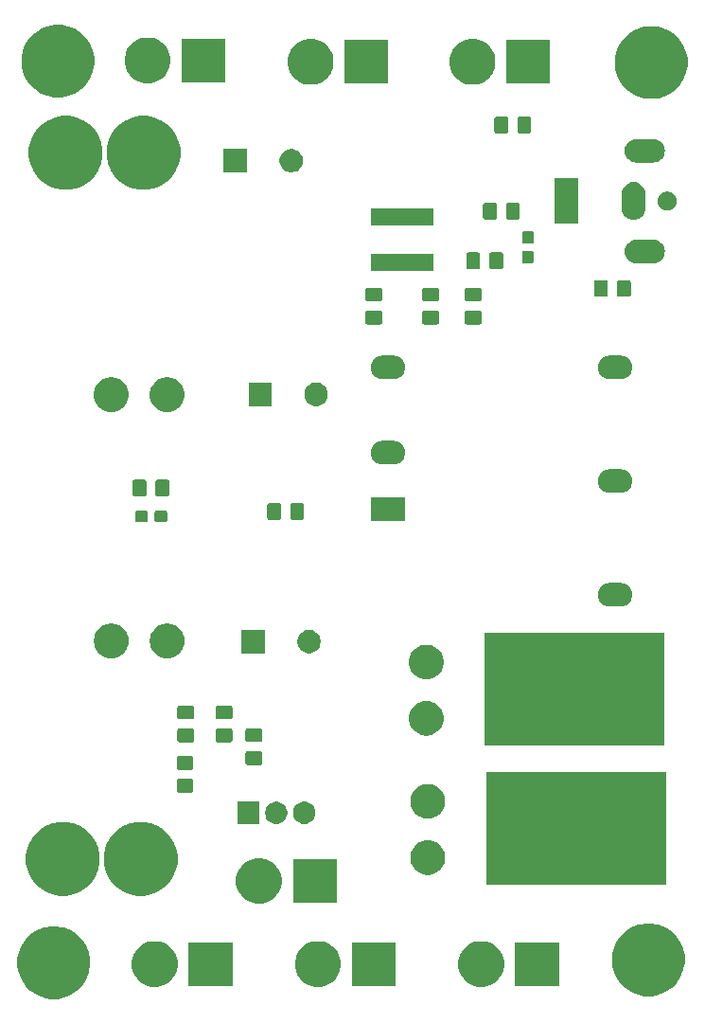
<source format=gbr>
G04 #@! TF.GenerationSoftware,KiCad,Pcbnew,(5.1.0-0)*
G04 #@! TF.CreationDate,2019-05-08T18:24:01-07:00*
G04 #@! TF.ProjectId,power board,706f7765-7220-4626-9f61-72642e6b6963,rev?*
G04 #@! TF.SameCoordinates,Original*
G04 #@! TF.FileFunction,Soldermask,Top*
G04 #@! TF.FilePolarity,Negative*
%FSLAX46Y46*%
G04 Gerber Fmt 4.6, Leading zero omitted, Abs format (unit mm)*
G04 Created by KiCad (PCBNEW (5.1.0-0)) date 2019-05-08 18:24:01*
%MOMM*%
%LPD*%
G04 APERTURE LIST*
%ADD10C,0.100000*%
G04 APERTURE END LIST*
D10*
G36*
X26605739Y-115429467D02*
G01*
X26919782Y-115491934D01*
X27511426Y-115737001D01*
X28043892Y-116092784D01*
X28496716Y-116545608D01*
X28852499Y-117078074D01*
X29097566Y-117669718D01*
X29097566Y-117669719D01*
X29222500Y-118297803D01*
X29222500Y-118938197D01*
X29160033Y-119252239D01*
X29097566Y-119566282D01*
X28852499Y-120157926D01*
X28496716Y-120690392D01*
X28043892Y-121143216D01*
X27511426Y-121498999D01*
X26919782Y-121744066D01*
X26605739Y-121806533D01*
X26291697Y-121869000D01*
X25651303Y-121869000D01*
X25337261Y-121806533D01*
X25023218Y-121744066D01*
X24431574Y-121498999D01*
X23899108Y-121143216D01*
X23446284Y-120690392D01*
X23090501Y-120157926D01*
X22845434Y-119566282D01*
X22782967Y-119252239D01*
X22720500Y-118938197D01*
X22720500Y-118297803D01*
X22845434Y-117669719D01*
X22845434Y-117669718D01*
X23090501Y-117078074D01*
X23446284Y-116545608D01*
X23899108Y-116092784D01*
X24431574Y-115737001D01*
X25023218Y-115491934D01*
X25337261Y-115429467D01*
X25651303Y-115367000D01*
X26291697Y-115367000D01*
X26605739Y-115429467D01*
X26605739Y-115429467D01*
G37*
G36*
X79818739Y-115175467D02*
G01*
X80132782Y-115237934D01*
X80724426Y-115483001D01*
X81256892Y-115838784D01*
X81709716Y-116291608D01*
X82065499Y-116824074D01*
X82271173Y-117320615D01*
X82310566Y-117415719D01*
X82435500Y-118043803D01*
X82435500Y-118684197D01*
X82406174Y-118831629D01*
X82310566Y-119312282D01*
X82065499Y-119903926D01*
X81709716Y-120436392D01*
X81256892Y-120889216D01*
X80724426Y-121244999D01*
X80132782Y-121490066D01*
X79818739Y-121552533D01*
X79504697Y-121615000D01*
X78864303Y-121615000D01*
X78550261Y-121552533D01*
X78236218Y-121490066D01*
X77644574Y-121244999D01*
X77112108Y-120889216D01*
X76659284Y-120436392D01*
X76303501Y-119903926D01*
X76058434Y-119312282D01*
X75962826Y-118831629D01*
X75933500Y-118684197D01*
X75933500Y-118043803D01*
X76058434Y-117415719D01*
X76097827Y-117320615D01*
X76303501Y-116824074D01*
X76659284Y-116291608D01*
X77112108Y-115838784D01*
X77644574Y-115483001D01*
X78236218Y-115237934D01*
X78550261Y-115175467D01*
X78864303Y-115113000D01*
X79504697Y-115113000D01*
X79818739Y-115175467D01*
X79818739Y-115175467D01*
G37*
G36*
X64813254Y-116772818D02*
G01*
X65186511Y-116927426D01*
X65186513Y-116927427D01*
X65522436Y-117151884D01*
X65808116Y-117437564D01*
X65963237Y-117669718D01*
X66032574Y-117773489D01*
X66187182Y-118146746D01*
X66266000Y-118542993D01*
X66266000Y-118947007D01*
X66187182Y-119343254D01*
X66032574Y-119716511D01*
X66032573Y-119716513D01*
X65808116Y-120052436D01*
X65522436Y-120338116D01*
X65186513Y-120562573D01*
X65186512Y-120562574D01*
X65186511Y-120562574D01*
X64813254Y-120717182D01*
X64417007Y-120796000D01*
X64012993Y-120796000D01*
X63616746Y-120717182D01*
X63243489Y-120562574D01*
X63243488Y-120562574D01*
X63243487Y-120562573D01*
X62907564Y-120338116D01*
X62621884Y-120052436D01*
X62397427Y-119716513D01*
X62397426Y-119716511D01*
X62242818Y-119343254D01*
X62164000Y-118947007D01*
X62164000Y-118542993D01*
X62242818Y-118146746D01*
X62397426Y-117773489D01*
X62466764Y-117669718D01*
X62621884Y-117437564D01*
X62907564Y-117151884D01*
X63243487Y-116927427D01*
X63243489Y-116927426D01*
X63616746Y-116772818D01*
X64012993Y-116694000D01*
X64417007Y-116694000D01*
X64813254Y-116772818D01*
X64813254Y-116772818D01*
G37*
G36*
X35603254Y-116772818D02*
G01*
X35976511Y-116927426D01*
X35976513Y-116927427D01*
X36312436Y-117151884D01*
X36598116Y-117437564D01*
X36753237Y-117669718D01*
X36822574Y-117773489D01*
X36977182Y-118146746D01*
X37056000Y-118542993D01*
X37056000Y-118947007D01*
X36977182Y-119343254D01*
X36822574Y-119716511D01*
X36822573Y-119716513D01*
X36598116Y-120052436D01*
X36312436Y-120338116D01*
X35976513Y-120562573D01*
X35976512Y-120562574D01*
X35976511Y-120562574D01*
X35603254Y-120717182D01*
X35207007Y-120796000D01*
X34802993Y-120796000D01*
X34406746Y-120717182D01*
X34033489Y-120562574D01*
X34033488Y-120562574D01*
X34033487Y-120562573D01*
X33697564Y-120338116D01*
X33411884Y-120052436D01*
X33187427Y-119716513D01*
X33187426Y-119716511D01*
X33032818Y-119343254D01*
X32954000Y-118947007D01*
X32954000Y-118542993D01*
X33032818Y-118146746D01*
X33187426Y-117773489D01*
X33256764Y-117669718D01*
X33411884Y-117437564D01*
X33697564Y-117151884D01*
X34033487Y-116927427D01*
X34033489Y-116927426D01*
X34406746Y-116772818D01*
X34802993Y-116694000D01*
X35207007Y-116694000D01*
X35603254Y-116772818D01*
X35603254Y-116772818D01*
G37*
G36*
X50208254Y-116772818D02*
G01*
X50581511Y-116927426D01*
X50581513Y-116927427D01*
X50917436Y-117151884D01*
X51203116Y-117437564D01*
X51358237Y-117669718D01*
X51427574Y-117773489D01*
X51582182Y-118146746D01*
X51661000Y-118542993D01*
X51661000Y-118947007D01*
X51582182Y-119343254D01*
X51427574Y-119716511D01*
X51427573Y-119716513D01*
X51203116Y-120052436D01*
X50917436Y-120338116D01*
X50581513Y-120562573D01*
X50581512Y-120562574D01*
X50581511Y-120562574D01*
X50208254Y-120717182D01*
X49812007Y-120796000D01*
X49407993Y-120796000D01*
X49011746Y-120717182D01*
X48638489Y-120562574D01*
X48638488Y-120562574D01*
X48638487Y-120562573D01*
X48302564Y-120338116D01*
X48016884Y-120052436D01*
X47792427Y-119716513D01*
X47792426Y-119716511D01*
X47637818Y-119343254D01*
X47559000Y-118947007D01*
X47559000Y-118542993D01*
X47637818Y-118146746D01*
X47792426Y-117773489D01*
X47861764Y-117669718D01*
X48016884Y-117437564D01*
X48302564Y-117151884D01*
X48638487Y-116927427D01*
X48638489Y-116927426D01*
X49011746Y-116772818D01*
X49407993Y-116694000D01*
X49812007Y-116694000D01*
X50208254Y-116772818D01*
X50208254Y-116772818D01*
G37*
G36*
X41956000Y-120696000D02*
G01*
X38054000Y-120696000D01*
X38054000Y-116794000D01*
X41956000Y-116794000D01*
X41956000Y-120696000D01*
X41956000Y-120696000D01*
G37*
G36*
X71166000Y-120696000D02*
G01*
X67264000Y-120696000D01*
X67264000Y-116794000D01*
X71166000Y-116794000D01*
X71166000Y-120696000D01*
X71166000Y-120696000D01*
G37*
G36*
X56561000Y-120696000D02*
G01*
X52659000Y-120696000D01*
X52659000Y-116794000D01*
X56561000Y-116794000D01*
X56561000Y-120696000D01*
X56561000Y-120696000D01*
G37*
G36*
X44937754Y-109343318D02*
G01*
X45311011Y-109497926D01*
X45311013Y-109497927D01*
X45646936Y-109722384D01*
X45932616Y-110008064D01*
X46066680Y-110208704D01*
X46157074Y-110343989D01*
X46311682Y-110717246D01*
X46390500Y-111113493D01*
X46390500Y-111517507D01*
X46311682Y-111913754D01*
X46163164Y-112272308D01*
X46157073Y-112287013D01*
X45932616Y-112622936D01*
X45646936Y-112908616D01*
X45311013Y-113133073D01*
X45311012Y-113133074D01*
X45311011Y-113133074D01*
X44937754Y-113287682D01*
X44541507Y-113366500D01*
X44137493Y-113366500D01*
X43741246Y-113287682D01*
X43367989Y-113133074D01*
X43367988Y-113133074D01*
X43367987Y-113133073D01*
X43032064Y-112908616D01*
X42746384Y-112622936D01*
X42521927Y-112287013D01*
X42515836Y-112272308D01*
X42367318Y-111913754D01*
X42288500Y-111517507D01*
X42288500Y-111113493D01*
X42367318Y-110717246D01*
X42521926Y-110343989D01*
X42612321Y-110208704D01*
X42746384Y-110008064D01*
X43032064Y-109722384D01*
X43367987Y-109497927D01*
X43367989Y-109497926D01*
X43741246Y-109343318D01*
X44137493Y-109264500D01*
X44541507Y-109264500D01*
X44937754Y-109343318D01*
X44937754Y-109343318D01*
G37*
G36*
X51290500Y-113266500D02*
G01*
X47388500Y-113266500D01*
X47388500Y-109364500D01*
X51290500Y-109364500D01*
X51290500Y-113266500D01*
X51290500Y-113266500D01*
G37*
G36*
X34709865Y-106172855D02*
G01*
X35310608Y-106421691D01*
X35310610Y-106421692D01*
X35851265Y-106782946D01*
X36311054Y-107242735D01*
X36595875Y-107669000D01*
X36672309Y-107783392D01*
X36921145Y-108384135D01*
X37048000Y-109021879D01*
X37048000Y-109672121D01*
X36921145Y-110309865D01*
X36672309Y-110910608D01*
X36672308Y-110910610D01*
X36311054Y-111451265D01*
X35851265Y-111911054D01*
X35310610Y-112272308D01*
X35310609Y-112272309D01*
X35310608Y-112272309D01*
X34709865Y-112521145D01*
X34072121Y-112648000D01*
X33421879Y-112648000D01*
X32784135Y-112521145D01*
X32183392Y-112272309D01*
X32183391Y-112272309D01*
X32183390Y-112272308D01*
X31642735Y-111911054D01*
X31182946Y-111451265D01*
X30821692Y-110910610D01*
X30821691Y-110910608D01*
X30572855Y-110309865D01*
X30446000Y-109672121D01*
X30446000Y-109021879D01*
X30572855Y-108384135D01*
X30821691Y-107783392D01*
X30898125Y-107669000D01*
X31182946Y-107242735D01*
X31642735Y-106782946D01*
X32183390Y-106421692D01*
X32183392Y-106421691D01*
X32784135Y-106172855D01*
X33421879Y-106046000D01*
X34072121Y-106046000D01*
X34709865Y-106172855D01*
X34709865Y-106172855D01*
G37*
G36*
X27759865Y-106172855D02*
G01*
X28360608Y-106421691D01*
X28360610Y-106421692D01*
X28901265Y-106782946D01*
X29361054Y-107242735D01*
X29645875Y-107669000D01*
X29722309Y-107783392D01*
X29971145Y-108384135D01*
X30098000Y-109021879D01*
X30098000Y-109672121D01*
X29971145Y-110309865D01*
X29722309Y-110910608D01*
X29722308Y-110910610D01*
X29361054Y-111451265D01*
X28901265Y-111911054D01*
X28360610Y-112272308D01*
X28360609Y-112272309D01*
X28360608Y-112272309D01*
X27759865Y-112521145D01*
X27122121Y-112648000D01*
X26471879Y-112648000D01*
X25834135Y-112521145D01*
X25233392Y-112272309D01*
X25233391Y-112272309D01*
X25233390Y-112272308D01*
X24692735Y-111911054D01*
X24232946Y-111451265D01*
X23871692Y-110910610D01*
X23871691Y-110910608D01*
X23622855Y-110309865D01*
X23496000Y-109672121D01*
X23496000Y-109021879D01*
X23622855Y-108384135D01*
X23871691Y-107783392D01*
X23948125Y-107669000D01*
X24232946Y-107242735D01*
X24692735Y-106782946D01*
X25233390Y-106421692D01*
X25233392Y-106421691D01*
X25834135Y-106172855D01*
X26471879Y-106046000D01*
X27122121Y-106046000D01*
X27759865Y-106172855D01*
X27759865Y-106172855D01*
G37*
G36*
X80758500Y-111667500D02*
G01*
X64656500Y-111667500D01*
X64656500Y-101565500D01*
X80758500Y-101565500D01*
X80758500Y-111667500D01*
X80758500Y-111667500D01*
G37*
G36*
X59738585Y-107698802D02*
G01*
X59888410Y-107728604D01*
X60170674Y-107845521D01*
X60424705Y-108015259D01*
X60640741Y-108231295D01*
X60810479Y-108485326D01*
X60927396Y-108767590D01*
X60987000Y-109067240D01*
X60987000Y-109372760D01*
X60927396Y-109672410D01*
X60810479Y-109954674D01*
X60640741Y-110208705D01*
X60424705Y-110424741D01*
X60170674Y-110594479D01*
X59888410Y-110711396D01*
X59738585Y-110741198D01*
X59588761Y-110771000D01*
X59283239Y-110771000D01*
X59133415Y-110741198D01*
X58983590Y-110711396D01*
X58701326Y-110594479D01*
X58447295Y-110424741D01*
X58231259Y-110208705D01*
X58061521Y-109954674D01*
X57944604Y-109672410D01*
X57885000Y-109372760D01*
X57885000Y-109067240D01*
X57944604Y-108767590D01*
X58061521Y-108485326D01*
X58231259Y-108231295D01*
X58447295Y-108015259D01*
X58701326Y-107845521D01*
X58983590Y-107728604D01*
X59133415Y-107698802D01*
X59283239Y-107669000D01*
X59588761Y-107669000D01*
X59738585Y-107698802D01*
X59738585Y-107698802D01*
G37*
G36*
X44388000Y-106220500D02*
G01*
X42386000Y-106220500D01*
X42386000Y-104218500D01*
X44388000Y-104218500D01*
X44388000Y-106220500D01*
X44388000Y-106220500D01*
G37*
G36*
X46082285Y-104237734D02*
G01*
X46178981Y-104256968D01*
X46361151Y-104332426D01*
X46525100Y-104441973D01*
X46664527Y-104581400D01*
X46774074Y-104745349D01*
X46849532Y-104927519D01*
X46888000Y-105120910D01*
X46888000Y-105318090D01*
X46849532Y-105511481D01*
X46774074Y-105693651D01*
X46664527Y-105857600D01*
X46525100Y-105997027D01*
X46361151Y-106106574D01*
X46178981Y-106182032D01*
X46082285Y-106201266D01*
X45985591Y-106220500D01*
X45788409Y-106220500D01*
X45691715Y-106201266D01*
X45595019Y-106182032D01*
X45412849Y-106106574D01*
X45248900Y-105997027D01*
X45109473Y-105857600D01*
X44999926Y-105693651D01*
X44924468Y-105511481D01*
X44886000Y-105318090D01*
X44886000Y-105120910D01*
X44924468Y-104927519D01*
X44999926Y-104745349D01*
X45109473Y-104581400D01*
X45248900Y-104441973D01*
X45412849Y-104332426D01*
X45595019Y-104256968D01*
X45788409Y-104218500D01*
X45985591Y-104218500D01*
X46082285Y-104237734D01*
X46082285Y-104237734D01*
G37*
G36*
X48582285Y-104237734D02*
G01*
X48678981Y-104256968D01*
X48861151Y-104332426D01*
X49025100Y-104441973D01*
X49164527Y-104581400D01*
X49274074Y-104745349D01*
X49349532Y-104927519D01*
X49388000Y-105120910D01*
X49388000Y-105318090D01*
X49349532Y-105511481D01*
X49274074Y-105693651D01*
X49164527Y-105857600D01*
X49025100Y-105997027D01*
X48861151Y-106106574D01*
X48678981Y-106182032D01*
X48582285Y-106201266D01*
X48485591Y-106220500D01*
X48288409Y-106220500D01*
X48191715Y-106201266D01*
X48095019Y-106182032D01*
X47912849Y-106106574D01*
X47748900Y-105997027D01*
X47609473Y-105857600D01*
X47499926Y-105693651D01*
X47424468Y-105511481D01*
X47386000Y-105318090D01*
X47386000Y-105120910D01*
X47424468Y-104927519D01*
X47499926Y-104745349D01*
X47609473Y-104581400D01*
X47748900Y-104441973D01*
X47912849Y-104332426D01*
X48095019Y-104256968D01*
X48288409Y-104218500D01*
X48485591Y-104218500D01*
X48582285Y-104237734D01*
X48582285Y-104237734D01*
G37*
G36*
X59738585Y-102669602D02*
G01*
X59888410Y-102699404D01*
X60170674Y-102816321D01*
X60424705Y-102986059D01*
X60640741Y-103202095D01*
X60810479Y-103456126D01*
X60927396Y-103738390D01*
X60927396Y-103738391D01*
X60987000Y-104038039D01*
X60987000Y-104343561D01*
X60957198Y-104493385D01*
X60927396Y-104643210D01*
X60810479Y-104925474D01*
X60640741Y-105179505D01*
X60424705Y-105395541D01*
X60170674Y-105565279D01*
X59888410Y-105682196D01*
X59738585Y-105711998D01*
X59588761Y-105741800D01*
X59283239Y-105741800D01*
X59133415Y-105711998D01*
X58983590Y-105682196D01*
X58701326Y-105565279D01*
X58447295Y-105395541D01*
X58231259Y-105179505D01*
X58061521Y-104925474D01*
X57944604Y-104643210D01*
X57914802Y-104493385D01*
X57885000Y-104343561D01*
X57885000Y-104038039D01*
X57944604Y-103738391D01*
X57944604Y-103738390D01*
X58061521Y-103456126D01*
X58231259Y-103202095D01*
X58447295Y-102986059D01*
X58701326Y-102816321D01*
X58983590Y-102699404D01*
X59133415Y-102669602D01*
X59283239Y-102639800D01*
X59588761Y-102639800D01*
X59738585Y-102669602D01*
X59738585Y-102669602D01*
G37*
G36*
X38307674Y-102184965D02*
G01*
X38345367Y-102196399D01*
X38380103Y-102214966D01*
X38410548Y-102239952D01*
X38435534Y-102270397D01*
X38454101Y-102305133D01*
X38465535Y-102342826D01*
X38470000Y-102388161D01*
X38470000Y-103224839D01*
X38465535Y-103270174D01*
X38454101Y-103307867D01*
X38435534Y-103342603D01*
X38410548Y-103373048D01*
X38380103Y-103398034D01*
X38345367Y-103416601D01*
X38307674Y-103428035D01*
X38262339Y-103432500D01*
X37175661Y-103432500D01*
X37130326Y-103428035D01*
X37092633Y-103416601D01*
X37057897Y-103398034D01*
X37027452Y-103373048D01*
X37002466Y-103342603D01*
X36983899Y-103307867D01*
X36972465Y-103270174D01*
X36968000Y-103224839D01*
X36968000Y-102388161D01*
X36972465Y-102342826D01*
X36983899Y-102305133D01*
X37002466Y-102270397D01*
X37027452Y-102239952D01*
X37057897Y-102214966D01*
X37092633Y-102196399D01*
X37130326Y-102184965D01*
X37175661Y-102180500D01*
X38262339Y-102180500D01*
X38307674Y-102184965D01*
X38307674Y-102184965D01*
G37*
G36*
X38307674Y-100134965D02*
G01*
X38345367Y-100146399D01*
X38380103Y-100164966D01*
X38410548Y-100189952D01*
X38435534Y-100220397D01*
X38454101Y-100255133D01*
X38465535Y-100292826D01*
X38470000Y-100338161D01*
X38470000Y-101174839D01*
X38465535Y-101220174D01*
X38454101Y-101257867D01*
X38435534Y-101292603D01*
X38410548Y-101323048D01*
X38380103Y-101348034D01*
X38345367Y-101366601D01*
X38307674Y-101378035D01*
X38262339Y-101382500D01*
X37175661Y-101382500D01*
X37130326Y-101378035D01*
X37092633Y-101366601D01*
X37057897Y-101348034D01*
X37027452Y-101323048D01*
X37002466Y-101292603D01*
X36983899Y-101257867D01*
X36972465Y-101220174D01*
X36968000Y-101174839D01*
X36968000Y-100338161D01*
X36972465Y-100292826D01*
X36983899Y-100255133D01*
X37002466Y-100220397D01*
X37027452Y-100189952D01*
X37057897Y-100164966D01*
X37092633Y-100146399D01*
X37130326Y-100134965D01*
X37175661Y-100130500D01*
X38262339Y-100130500D01*
X38307674Y-100134965D01*
X38307674Y-100134965D01*
G37*
G36*
X44467174Y-99708465D02*
G01*
X44504867Y-99719899D01*
X44539603Y-99738466D01*
X44570048Y-99763452D01*
X44595034Y-99793897D01*
X44613601Y-99828633D01*
X44625035Y-99866326D01*
X44629500Y-99911661D01*
X44629500Y-100748339D01*
X44625035Y-100793674D01*
X44613601Y-100831367D01*
X44595034Y-100866103D01*
X44570048Y-100896548D01*
X44539603Y-100921534D01*
X44504867Y-100940101D01*
X44467174Y-100951535D01*
X44421839Y-100956000D01*
X43335161Y-100956000D01*
X43289826Y-100951535D01*
X43252133Y-100940101D01*
X43217397Y-100921534D01*
X43186952Y-100896548D01*
X43161966Y-100866103D01*
X43143399Y-100831367D01*
X43131965Y-100793674D01*
X43127500Y-100748339D01*
X43127500Y-99911661D01*
X43131965Y-99866326D01*
X43143399Y-99828633D01*
X43161966Y-99793897D01*
X43186952Y-99763452D01*
X43217397Y-99738466D01*
X43252133Y-99719899D01*
X43289826Y-99708465D01*
X43335161Y-99704000D01*
X44421839Y-99704000D01*
X44467174Y-99708465D01*
X44467174Y-99708465D01*
G37*
G36*
X80631500Y-99221500D02*
G01*
X64529500Y-99221500D01*
X64529500Y-89119500D01*
X80631500Y-89119500D01*
X80631500Y-99221500D01*
X80631500Y-99221500D01*
G37*
G36*
X41800174Y-97676465D02*
G01*
X41837867Y-97687899D01*
X41872603Y-97706466D01*
X41903048Y-97731452D01*
X41928034Y-97761897D01*
X41946601Y-97796633D01*
X41958035Y-97834326D01*
X41962500Y-97879661D01*
X41962500Y-98716339D01*
X41958035Y-98761674D01*
X41946601Y-98799367D01*
X41928034Y-98834103D01*
X41903048Y-98864548D01*
X41872603Y-98889534D01*
X41837867Y-98908101D01*
X41800174Y-98919535D01*
X41754839Y-98924000D01*
X40668161Y-98924000D01*
X40622826Y-98919535D01*
X40585133Y-98908101D01*
X40550397Y-98889534D01*
X40519952Y-98864548D01*
X40494966Y-98834103D01*
X40476399Y-98799367D01*
X40464965Y-98761674D01*
X40460500Y-98716339D01*
X40460500Y-97879661D01*
X40464965Y-97834326D01*
X40476399Y-97796633D01*
X40494966Y-97761897D01*
X40519952Y-97731452D01*
X40550397Y-97706466D01*
X40585133Y-97687899D01*
X40622826Y-97676465D01*
X40668161Y-97672000D01*
X41754839Y-97672000D01*
X41800174Y-97676465D01*
X41800174Y-97676465D01*
G37*
G36*
X38371174Y-97676465D02*
G01*
X38408867Y-97687899D01*
X38443603Y-97706466D01*
X38474048Y-97731452D01*
X38499034Y-97761897D01*
X38517601Y-97796633D01*
X38529035Y-97834326D01*
X38533500Y-97879661D01*
X38533500Y-98716339D01*
X38529035Y-98761674D01*
X38517601Y-98799367D01*
X38499034Y-98834103D01*
X38474048Y-98864548D01*
X38443603Y-98889534D01*
X38408867Y-98908101D01*
X38371174Y-98919535D01*
X38325839Y-98924000D01*
X37239161Y-98924000D01*
X37193826Y-98919535D01*
X37156133Y-98908101D01*
X37121397Y-98889534D01*
X37090952Y-98864548D01*
X37065966Y-98834103D01*
X37047399Y-98799367D01*
X37035965Y-98761674D01*
X37031500Y-98716339D01*
X37031500Y-97879661D01*
X37035965Y-97834326D01*
X37047399Y-97796633D01*
X37065966Y-97761897D01*
X37090952Y-97731452D01*
X37121397Y-97706466D01*
X37156133Y-97687899D01*
X37193826Y-97676465D01*
X37239161Y-97672000D01*
X38325839Y-97672000D01*
X38371174Y-97676465D01*
X38371174Y-97676465D01*
G37*
G36*
X44467174Y-97658465D02*
G01*
X44504867Y-97669899D01*
X44539603Y-97688466D01*
X44570048Y-97713452D01*
X44595034Y-97743897D01*
X44613601Y-97778633D01*
X44625035Y-97816326D01*
X44629500Y-97861661D01*
X44629500Y-98698339D01*
X44625035Y-98743674D01*
X44613601Y-98781367D01*
X44595034Y-98816103D01*
X44570048Y-98846548D01*
X44539603Y-98871534D01*
X44504867Y-98890101D01*
X44467174Y-98901535D01*
X44421839Y-98906000D01*
X43335161Y-98906000D01*
X43289826Y-98901535D01*
X43252133Y-98890101D01*
X43217397Y-98871534D01*
X43186952Y-98846548D01*
X43161966Y-98816103D01*
X43143399Y-98781367D01*
X43131965Y-98743674D01*
X43127500Y-98698339D01*
X43127500Y-97861661D01*
X43131965Y-97816326D01*
X43143399Y-97778633D01*
X43161966Y-97743897D01*
X43186952Y-97713452D01*
X43217397Y-97688466D01*
X43252133Y-97669899D01*
X43289826Y-97658465D01*
X43335161Y-97654000D01*
X44421839Y-97654000D01*
X44467174Y-97658465D01*
X44467174Y-97658465D01*
G37*
G36*
X59611585Y-95252802D02*
G01*
X59761410Y-95282604D01*
X60043674Y-95399521D01*
X60297705Y-95569259D01*
X60513741Y-95785295D01*
X60683479Y-96039326D01*
X60800396Y-96321590D01*
X60860000Y-96621240D01*
X60860000Y-96926760D01*
X60800396Y-97226410D01*
X60683479Y-97508674D01*
X60513741Y-97762705D01*
X60297705Y-97978741D01*
X60043674Y-98148479D01*
X59761410Y-98265396D01*
X59611585Y-98295198D01*
X59461761Y-98325000D01*
X59156239Y-98325000D01*
X59006415Y-98295198D01*
X58856590Y-98265396D01*
X58574326Y-98148479D01*
X58320295Y-97978741D01*
X58104259Y-97762705D01*
X57934521Y-97508674D01*
X57817604Y-97226410D01*
X57758000Y-96926760D01*
X57758000Y-96621240D01*
X57817604Y-96321590D01*
X57934521Y-96039326D01*
X58104259Y-95785295D01*
X58320295Y-95569259D01*
X58574326Y-95399521D01*
X58856590Y-95282604D01*
X59006415Y-95252802D01*
X59156239Y-95223000D01*
X59461761Y-95223000D01*
X59611585Y-95252802D01*
X59611585Y-95252802D01*
G37*
G36*
X41800174Y-95626465D02*
G01*
X41837867Y-95637899D01*
X41872603Y-95656466D01*
X41903048Y-95681452D01*
X41928034Y-95711897D01*
X41946601Y-95746633D01*
X41958035Y-95784326D01*
X41962500Y-95829661D01*
X41962500Y-96666339D01*
X41958035Y-96711674D01*
X41946601Y-96749367D01*
X41928034Y-96784103D01*
X41903048Y-96814548D01*
X41872603Y-96839534D01*
X41837867Y-96858101D01*
X41800174Y-96869535D01*
X41754839Y-96874000D01*
X40668161Y-96874000D01*
X40622826Y-96869535D01*
X40585133Y-96858101D01*
X40550397Y-96839534D01*
X40519952Y-96814548D01*
X40494966Y-96784103D01*
X40476399Y-96749367D01*
X40464965Y-96711674D01*
X40460500Y-96666339D01*
X40460500Y-95829661D01*
X40464965Y-95784326D01*
X40476399Y-95746633D01*
X40494966Y-95711897D01*
X40519952Y-95681452D01*
X40550397Y-95656466D01*
X40585133Y-95637899D01*
X40622826Y-95626465D01*
X40668161Y-95622000D01*
X41754839Y-95622000D01*
X41800174Y-95626465D01*
X41800174Y-95626465D01*
G37*
G36*
X38371174Y-95626465D02*
G01*
X38408867Y-95637899D01*
X38443603Y-95656466D01*
X38474048Y-95681452D01*
X38499034Y-95711897D01*
X38517601Y-95746633D01*
X38529035Y-95784326D01*
X38533500Y-95829661D01*
X38533500Y-96666339D01*
X38529035Y-96711674D01*
X38517601Y-96749367D01*
X38499034Y-96784103D01*
X38474048Y-96814548D01*
X38443603Y-96839534D01*
X38408867Y-96858101D01*
X38371174Y-96869535D01*
X38325839Y-96874000D01*
X37239161Y-96874000D01*
X37193826Y-96869535D01*
X37156133Y-96858101D01*
X37121397Y-96839534D01*
X37090952Y-96814548D01*
X37065966Y-96784103D01*
X37047399Y-96749367D01*
X37035965Y-96711674D01*
X37031500Y-96666339D01*
X37031500Y-95829661D01*
X37035965Y-95784326D01*
X37047399Y-95746633D01*
X37065966Y-95711897D01*
X37090952Y-95681452D01*
X37121397Y-95656466D01*
X37156133Y-95637899D01*
X37193826Y-95626465D01*
X37239161Y-95622000D01*
X38325839Y-95622000D01*
X38371174Y-95626465D01*
X38371174Y-95626465D01*
G37*
G36*
X59606367Y-90222564D02*
G01*
X59761410Y-90253404D01*
X60043674Y-90370321D01*
X60297705Y-90540059D01*
X60513741Y-90756095D01*
X60683479Y-91010126D01*
X60800396Y-91292390D01*
X60860000Y-91592040D01*
X60860000Y-91897560D01*
X60800396Y-92197210D01*
X60683479Y-92479474D01*
X60513741Y-92733505D01*
X60297705Y-92949541D01*
X60043674Y-93119279D01*
X59761410Y-93236196D01*
X59611585Y-93265998D01*
X59461761Y-93295800D01*
X59156239Y-93295800D01*
X59006415Y-93265998D01*
X58856590Y-93236196D01*
X58574326Y-93119279D01*
X58320295Y-92949541D01*
X58104259Y-92733505D01*
X57934521Y-92479474D01*
X57817604Y-92197210D01*
X57758000Y-91897560D01*
X57758000Y-91592040D01*
X57817604Y-91292390D01*
X57934521Y-91010126D01*
X58104259Y-90756095D01*
X58320295Y-90540059D01*
X58574326Y-90370321D01*
X58856590Y-90253404D01*
X59011633Y-90222564D01*
X59156239Y-90193800D01*
X59461761Y-90193800D01*
X59606367Y-90222564D01*
X59606367Y-90222564D01*
G37*
G36*
X31434085Y-88335802D02*
G01*
X31583910Y-88365604D01*
X31866174Y-88482521D01*
X32120205Y-88652259D01*
X32336241Y-88868295D01*
X32505979Y-89122326D01*
X32622896Y-89404590D01*
X32652698Y-89554415D01*
X32682500Y-89704239D01*
X32682500Y-90009761D01*
X32652698Y-90159585D01*
X32622896Y-90309410D01*
X32505979Y-90591674D01*
X32336241Y-90845705D01*
X32120205Y-91061741D01*
X31866174Y-91231479D01*
X31583910Y-91348396D01*
X31434085Y-91378198D01*
X31284261Y-91408000D01*
X30978739Y-91408000D01*
X30828915Y-91378198D01*
X30679090Y-91348396D01*
X30396826Y-91231479D01*
X30142795Y-91061741D01*
X29926759Y-90845705D01*
X29757021Y-90591674D01*
X29640104Y-90309410D01*
X29610302Y-90159585D01*
X29580500Y-90009761D01*
X29580500Y-89704239D01*
X29610302Y-89554415D01*
X29640104Y-89404590D01*
X29757021Y-89122326D01*
X29926759Y-88868295D01*
X30142795Y-88652259D01*
X30396826Y-88482521D01*
X30679090Y-88365604D01*
X30828915Y-88335802D01*
X30978739Y-88306000D01*
X31284261Y-88306000D01*
X31434085Y-88335802D01*
X31434085Y-88335802D01*
G37*
G36*
X36434085Y-88335802D02*
G01*
X36583910Y-88365604D01*
X36866174Y-88482521D01*
X37120205Y-88652259D01*
X37336241Y-88868295D01*
X37505979Y-89122326D01*
X37622896Y-89404590D01*
X37652698Y-89554415D01*
X37682500Y-89704239D01*
X37682500Y-90009761D01*
X37652698Y-90159585D01*
X37622896Y-90309410D01*
X37505979Y-90591674D01*
X37336241Y-90845705D01*
X37120205Y-91061741D01*
X36866174Y-91231479D01*
X36583910Y-91348396D01*
X36434085Y-91378198D01*
X36284261Y-91408000D01*
X35978739Y-91408000D01*
X35828915Y-91378198D01*
X35679090Y-91348396D01*
X35396826Y-91231479D01*
X35142795Y-91061741D01*
X34926759Y-90845705D01*
X34757021Y-90591674D01*
X34640104Y-90309410D01*
X34610302Y-90159585D01*
X34580500Y-90009761D01*
X34580500Y-89704239D01*
X34610302Y-89554415D01*
X34640104Y-89404590D01*
X34757021Y-89122326D01*
X34926759Y-88868295D01*
X35142795Y-88652259D01*
X35396826Y-88482521D01*
X35679090Y-88365604D01*
X35828915Y-88335802D01*
X35978739Y-88306000D01*
X36284261Y-88306000D01*
X36434085Y-88335802D01*
X36434085Y-88335802D01*
G37*
G36*
X44866000Y-90967000D02*
G01*
X42764000Y-90967000D01*
X42764000Y-88865000D01*
X44866000Y-88865000D01*
X44866000Y-90967000D01*
X44866000Y-90967000D01*
G37*
G36*
X49121564Y-88905389D02*
G01*
X49312833Y-88984615D01*
X49312835Y-88984616D01*
X49484973Y-89099635D01*
X49631365Y-89246027D01*
X49746385Y-89418167D01*
X49825611Y-89609436D01*
X49866000Y-89812484D01*
X49866000Y-90019516D01*
X49825611Y-90222564D01*
X49789638Y-90309410D01*
X49746384Y-90413835D01*
X49631365Y-90585973D01*
X49484973Y-90732365D01*
X49312835Y-90847384D01*
X49312834Y-90847385D01*
X49312833Y-90847385D01*
X49121564Y-90926611D01*
X48918516Y-90967000D01*
X48711484Y-90967000D01*
X48508436Y-90926611D01*
X48317167Y-90847385D01*
X48317166Y-90847385D01*
X48317165Y-90847384D01*
X48145027Y-90732365D01*
X47998635Y-90585973D01*
X47883616Y-90413835D01*
X47840362Y-90309410D01*
X47804389Y-90222564D01*
X47764000Y-90019516D01*
X47764000Y-89812484D01*
X47804389Y-89609436D01*
X47883615Y-89418167D01*
X47998635Y-89246027D01*
X48145027Y-89099635D01*
X48317165Y-88984616D01*
X48317167Y-88984615D01*
X48508436Y-88905389D01*
X48711484Y-88865000D01*
X48918516Y-88865000D01*
X49121564Y-88905389D01*
X49121564Y-88905389D01*
G37*
G36*
X76803097Y-84679069D02*
G01*
X76906032Y-84689207D01*
X77104146Y-84749305D01*
X77104149Y-84749306D01*
X77200975Y-84801061D01*
X77286729Y-84846897D01*
X77446765Y-84978235D01*
X77578103Y-85138271D01*
X77623939Y-85224025D01*
X77675694Y-85320851D01*
X77675695Y-85320854D01*
X77735793Y-85518968D01*
X77756085Y-85725000D01*
X77735793Y-85931032D01*
X77675695Y-86129146D01*
X77675694Y-86129149D01*
X77623939Y-86225975D01*
X77578103Y-86311729D01*
X77446765Y-86471765D01*
X77286729Y-86603103D01*
X77200975Y-86648939D01*
X77104149Y-86700694D01*
X77104146Y-86700695D01*
X76906032Y-86760793D01*
X76803097Y-86770931D01*
X76751631Y-86776000D01*
X75648369Y-86776000D01*
X75596903Y-86770931D01*
X75493968Y-86760793D01*
X75295854Y-86700695D01*
X75295851Y-86700694D01*
X75199025Y-86648939D01*
X75113271Y-86603103D01*
X74953235Y-86471765D01*
X74821897Y-86311729D01*
X74776061Y-86225975D01*
X74724306Y-86129149D01*
X74724305Y-86129146D01*
X74664207Y-85931032D01*
X74643915Y-85725000D01*
X74664207Y-85518968D01*
X74724305Y-85320854D01*
X74724306Y-85320851D01*
X74776061Y-85224025D01*
X74821897Y-85138271D01*
X74953235Y-84978235D01*
X75113271Y-84846897D01*
X75199025Y-84801061D01*
X75295851Y-84749306D01*
X75295854Y-84749305D01*
X75493968Y-84689207D01*
X75596903Y-84679069D01*
X75648369Y-84674000D01*
X76751631Y-84674000D01*
X76803097Y-84679069D01*
X76803097Y-84679069D01*
G37*
G36*
X35974499Y-78218445D02*
G01*
X36011995Y-78229820D01*
X36046554Y-78248292D01*
X36076847Y-78273153D01*
X36101708Y-78303446D01*
X36120180Y-78338005D01*
X36131555Y-78375501D01*
X36136000Y-78420638D01*
X36136000Y-79059362D01*
X36131555Y-79104499D01*
X36120180Y-79141995D01*
X36101708Y-79176554D01*
X36076847Y-79206847D01*
X36046554Y-79231708D01*
X36011995Y-79250180D01*
X35974499Y-79261555D01*
X35929362Y-79266000D01*
X35190638Y-79266000D01*
X35145501Y-79261555D01*
X35108005Y-79250180D01*
X35073446Y-79231708D01*
X35043153Y-79206847D01*
X35018292Y-79176554D01*
X34999820Y-79141995D01*
X34988445Y-79104499D01*
X34984000Y-79059362D01*
X34984000Y-78420638D01*
X34988445Y-78375501D01*
X34999820Y-78338005D01*
X35018292Y-78303446D01*
X35043153Y-78273153D01*
X35073446Y-78248292D01*
X35108005Y-78229820D01*
X35145501Y-78218445D01*
X35190638Y-78214000D01*
X35929362Y-78214000D01*
X35974499Y-78218445D01*
X35974499Y-78218445D01*
G37*
G36*
X34224499Y-78218445D02*
G01*
X34261995Y-78229820D01*
X34296554Y-78248292D01*
X34326847Y-78273153D01*
X34351708Y-78303446D01*
X34370180Y-78338005D01*
X34381555Y-78375501D01*
X34386000Y-78420638D01*
X34386000Y-79059362D01*
X34381555Y-79104499D01*
X34370180Y-79141995D01*
X34351708Y-79176554D01*
X34326847Y-79206847D01*
X34296554Y-79231708D01*
X34261995Y-79250180D01*
X34224499Y-79261555D01*
X34179362Y-79266000D01*
X33440638Y-79266000D01*
X33395501Y-79261555D01*
X33358005Y-79250180D01*
X33323446Y-79231708D01*
X33293153Y-79206847D01*
X33268292Y-79176554D01*
X33249820Y-79141995D01*
X33238445Y-79104499D01*
X33234000Y-79059362D01*
X33234000Y-78420638D01*
X33238445Y-78375501D01*
X33249820Y-78338005D01*
X33268292Y-78303446D01*
X33293153Y-78273153D01*
X33323446Y-78248292D01*
X33358005Y-78229820D01*
X33395501Y-78218445D01*
X33440638Y-78214000D01*
X34179362Y-78214000D01*
X34224499Y-78218445D01*
X34224499Y-78218445D01*
G37*
G36*
X57431000Y-79156000D02*
G01*
X54329000Y-79156000D01*
X54329000Y-77054000D01*
X57431000Y-77054000D01*
X57431000Y-79156000D01*
X57431000Y-79156000D01*
G37*
G36*
X46165674Y-77548965D02*
G01*
X46203367Y-77560399D01*
X46238103Y-77578966D01*
X46268548Y-77603952D01*
X46293534Y-77634397D01*
X46312101Y-77669133D01*
X46323535Y-77706826D01*
X46328000Y-77752161D01*
X46328000Y-78838839D01*
X46323535Y-78884174D01*
X46312101Y-78921867D01*
X46293534Y-78956603D01*
X46268548Y-78987048D01*
X46238103Y-79012034D01*
X46203367Y-79030601D01*
X46165674Y-79042035D01*
X46120339Y-79046500D01*
X45283661Y-79046500D01*
X45238326Y-79042035D01*
X45200633Y-79030601D01*
X45165897Y-79012034D01*
X45135452Y-78987048D01*
X45110466Y-78956603D01*
X45091899Y-78921867D01*
X45080465Y-78884174D01*
X45076000Y-78838839D01*
X45076000Y-77752161D01*
X45080465Y-77706826D01*
X45091899Y-77669133D01*
X45110466Y-77634397D01*
X45135452Y-77603952D01*
X45165897Y-77578966D01*
X45200633Y-77560399D01*
X45238326Y-77548965D01*
X45283661Y-77544500D01*
X46120339Y-77544500D01*
X46165674Y-77548965D01*
X46165674Y-77548965D01*
G37*
G36*
X48215674Y-77548965D02*
G01*
X48253367Y-77560399D01*
X48288103Y-77578966D01*
X48318548Y-77603952D01*
X48343534Y-77634397D01*
X48362101Y-77669133D01*
X48373535Y-77706826D01*
X48378000Y-77752161D01*
X48378000Y-78838839D01*
X48373535Y-78884174D01*
X48362101Y-78921867D01*
X48343534Y-78956603D01*
X48318548Y-78987048D01*
X48288103Y-79012034D01*
X48253367Y-79030601D01*
X48215674Y-79042035D01*
X48170339Y-79046500D01*
X47333661Y-79046500D01*
X47288326Y-79042035D01*
X47250633Y-79030601D01*
X47215897Y-79012034D01*
X47185452Y-78987048D01*
X47160466Y-78956603D01*
X47141899Y-78921867D01*
X47130465Y-78884174D01*
X47126000Y-78838839D01*
X47126000Y-77752161D01*
X47130465Y-77706826D01*
X47141899Y-77669133D01*
X47160466Y-77634397D01*
X47185452Y-77603952D01*
X47215897Y-77578966D01*
X47250633Y-77560399D01*
X47288326Y-77548965D01*
X47333661Y-77544500D01*
X48170339Y-77544500D01*
X48215674Y-77548965D01*
X48215674Y-77548965D01*
G37*
G36*
X34118674Y-75453465D02*
G01*
X34156367Y-75464899D01*
X34191103Y-75483466D01*
X34221548Y-75508452D01*
X34246534Y-75538897D01*
X34265101Y-75573633D01*
X34276535Y-75611326D01*
X34281000Y-75656661D01*
X34281000Y-76743339D01*
X34276535Y-76788674D01*
X34265101Y-76826367D01*
X34246534Y-76861103D01*
X34221548Y-76891548D01*
X34191103Y-76916534D01*
X34156367Y-76935101D01*
X34118674Y-76946535D01*
X34073339Y-76951000D01*
X33236661Y-76951000D01*
X33191326Y-76946535D01*
X33153633Y-76935101D01*
X33118897Y-76916534D01*
X33088452Y-76891548D01*
X33063466Y-76861103D01*
X33044899Y-76826367D01*
X33033465Y-76788674D01*
X33029000Y-76743339D01*
X33029000Y-75656661D01*
X33033465Y-75611326D01*
X33044899Y-75573633D01*
X33063466Y-75538897D01*
X33088452Y-75508452D01*
X33118897Y-75483466D01*
X33153633Y-75464899D01*
X33191326Y-75453465D01*
X33236661Y-75449000D01*
X34073339Y-75449000D01*
X34118674Y-75453465D01*
X34118674Y-75453465D01*
G37*
G36*
X36168674Y-75453465D02*
G01*
X36206367Y-75464899D01*
X36241103Y-75483466D01*
X36271548Y-75508452D01*
X36296534Y-75538897D01*
X36315101Y-75573633D01*
X36326535Y-75611326D01*
X36331000Y-75656661D01*
X36331000Y-76743339D01*
X36326535Y-76788674D01*
X36315101Y-76826367D01*
X36296534Y-76861103D01*
X36271548Y-76891548D01*
X36241103Y-76916534D01*
X36206367Y-76935101D01*
X36168674Y-76946535D01*
X36123339Y-76951000D01*
X35286661Y-76951000D01*
X35241326Y-76946535D01*
X35203633Y-76935101D01*
X35168897Y-76916534D01*
X35138452Y-76891548D01*
X35113466Y-76861103D01*
X35094899Y-76826367D01*
X35083465Y-76788674D01*
X35079000Y-76743339D01*
X35079000Y-75656661D01*
X35083465Y-75611326D01*
X35094899Y-75573633D01*
X35113466Y-75538897D01*
X35138452Y-75508452D01*
X35168897Y-75483466D01*
X35203633Y-75464899D01*
X35241326Y-75453465D01*
X35286661Y-75449000D01*
X36123339Y-75449000D01*
X36168674Y-75453465D01*
X36168674Y-75453465D01*
G37*
G36*
X76803097Y-74519069D02*
G01*
X76906032Y-74529207D01*
X77104146Y-74589305D01*
X77104149Y-74589306D01*
X77200975Y-74641061D01*
X77286729Y-74686897D01*
X77446765Y-74818235D01*
X77578103Y-74978271D01*
X77623939Y-75064025D01*
X77675694Y-75160851D01*
X77675695Y-75160854D01*
X77735793Y-75358968D01*
X77756085Y-75565000D01*
X77735793Y-75771032D01*
X77675695Y-75969146D01*
X77675694Y-75969149D01*
X77623939Y-76065975D01*
X77578103Y-76151729D01*
X77446765Y-76311765D01*
X77286729Y-76443103D01*
X77200975Y-76488939D01*
X77104149Y-76540694D01*
X77104146Y-76540695D01*
X76906032Y-76600793D01*
X76803097Y-76610931D01*
X76751631Y-76616000D01*
X75648369Y-76616000D01*
X75596903Y-76610931D01*
X75493968Y-76600793D01*
X75295854Y-76540695D01*
X75295851Y-76540694D01*
X75199025Y-76488939D01*
X75113271Y-76443103D01*
X74953235Y-76311765D01*
X74821897Y-76151729D01*
X74776061Y-76065975D01*
X74724306Y-75969149D01*
X74724305Y-75969146D01*
X74664207Y-75771032D01*
X74643915Y-75565000D01*
X74664207Y-75358968D01*
X74724305Y-75160854D01*
X74724306Y-75160851D01*
X74776061Y-75064025D01*
X74821897Y-74978271D01*
X74953235Y-74818235D01*
X75113271Y-74686897D01*
X75199025Y-74641061D01*
X75295851Y-74589306D01*
X75295854Y-74589305D01*
X75493968Y-74529207D01*
X75596903Y-74519069D01*
X75648369Y-74514000D01*
X76751631Y-74514000D01*
X76803097Y-74519069D01*
X76803097Y-74519069D01*
G37*
G36*
X56483097Y-71979069D02*
G01*
X56586032Y-71989207D01*
X56784146Y-72049305D01*
X56784149Y-72049306D01*
X56880975Y-72101061D01*
X56966729Y-72146897D01*
X57126765Y-72278235D01*
X57258103Y-72438271D01*
X57303939Y-72524025D01*
X57355694Y-72620851D01*
X57355695Y-72620854D01*
X57415793Y-72818968D01*
X57436085Y-73025000D01*
X57415793Y-73231032D01*
X57355695Y-73429146D01*
X57355694Y-73429149D01*
X57303939Y-73525975D01*
X57258103Y-73611729D01*
X57126765Y-73771765D01*
X56966729Y-73903103D01*
X56880975Y-73948939D01*
X56784149Y-74000694D01*
X56784146Y-74000695D01*
X56586032Y-74060793D01*
X56483097Y-74070931D01*
X56431631Y-74076000D01*
X55328369Y-74076000D01*
X55276903Y-74070931D01*
X55173968Y-74060793D01*
X54975854Y-74000695D01*
X54975851Y-74000694D01*
X54879025Y-73948939D01*
X54793271Y-73903103D01*
X54633235Y-73771765D01*
X54501897Y-73611729D01*
X54456061Y-73525975D01*
X54404306Y-73429149D01*
X54404305Y-73429146D01*
X54344207Y-73231032D01*
X54323915Y-73025000D01*
X54344207Y-72818968D01*
X54404305Y-72620854D01*
X54404306Y-72620851D01*
X54456061Y-72524025D01*
X54501897Y-72438271D01*
X54633235Y-72278235D01*
X54793271Y-72146897D01*
X54879025Y-72101061D01*
X54975851Y-72049306D01*
X54975854Y-72049305D01*
X55173968Y-71989207D01*
X55276903Y-71979069D01*
X55328369Y-71974000D01*
X56431631Y-71974000D01*
X56483097Y-71979069D01*
X56483097Y-71979069D01*
G37*
G36*
X36434085Y-66335802D02*
G01*
X36583910Y-66365604D01*
X36866174Y-66482521D01*
X37120205Y-66652259D01*
X37336241Y-66868295D01*
X37505979Y-67122326D01*
X37622896Y-67404590D01*
X37682500Y-67704240D01*
X37682500Y-68009760D01*
X37622896Y-68309410D01*
X37505979Y-68591674D01*
X37336241Y-68845705D01*
X37120205Y-69061741D01*
X36866174Y-69231479D01*
X36583910Y-69348396D01*
X36434085Y-69378198D01*
X36284261Y-69408000D01*
X35978739Y-69408000D01*
X35828915Y-69378198D01*
X35679090Y-69348396D01*
X35396826Y-69231479D01*
X35142795Y-69061741D01*
X34926759Y-68845705D01*
X34757021Y-68591674D01*
X34640104Y-68309410D01*
X34580500Y-68009760D01*
X34580500Y-67704240D01*
X34640104Y-67404590D01*
X34757021Y-67122326D01*
X34926759Y-66868295D01*
X35142795Y-66652259D01*
X35396826Y-66482521D01*
X35679090Y-66365604D01*
X35828915Y-66335802D01*
X35978739Y-66306000D01*
X36284261Y-66306000D01*
X36434085Y-66335802D01*
X36434085Y-66335802D01*
G37*
G36*
X31434085Y-66335802D02*
G01*
X31583910Y-66365604D01*
X31866174Y-66482521D01*
X32120205Y-66652259D01*
X32336241Y-66868295D01*
X32505979Y-67122326D01*
X32622896Y-67404590D01*
X32682500Y-67704240D01*
X32682500Y-68009760D01*
X32622896Y-68309410D01*
X32505979Y-68591674D01*
X32336241Y-68845705D01*
X32120205Y-69061741D01*
X31866174Y-69231479D01*
X31583910Y-69348396D01*
X31434085Y-69378198D01*
X31284261Y-69408000D01*
X30978739Y-69408000D01*
X30828915Y-69378198D01*
X30679090Y-69348396D01*
X30396826Y-69231479D01*
X30142795Y-69061741D01*
X29926759Y-68845705D01*
X29757021Y-68591674D01*
X29640104Y-68309410D01*
X29580500Y-68009760D01*
X29580500Y-67704240D01*
X29640104Y-67404590D01*
X29757021Y-67122326D01*
X29926759Y-66868295D01*
X30142795Y-66652259D01*
X30396826Y-66482521D01*
X30679090Y-66365604D01*
X30828915Y-66335802D01*
X30978739Y-66306000D01*
X31284261Y-66306000D01*
X31434085Y-66335802D01*
X31434085Y-66335802D01*
G37*
G36*
X49756564Y-66807389D02*
G01*
X49947833Y-66886615D01*
X49947835Y-66886616D01*
X50119973Y-67001635D01*
X50266365Y-67148027D01*
X50381385Y-67320167D01*
X50460611Y-67511436D01*
X50501000Y-67714484D01*
X50501000Y-67921516D01*
X50460611Y-68124564D01*
X50384046Y-68309409D01*
X50381384Y-68315835D01*
X50266365Y-68487973D01*
X50119973Y-68634365D01*
X49947835Y-68749384D01*
X49947834Y-68749385D01*
X49947833Y-68749385D01*
X49756564Y-68828611D01*
X49553516Y-68869000D01*
X49346484Y-68869000D01*
X49143436Y-68828611D01*
X48952167Y-68749385D01*
X48952166Y-68749385D01*
X48952165Y-68749384D01*
X48780027Y-68634365D01*
X48633635Y-68487973D01*
X48518616Y-68315835D01*
X48515954Y-68309409D01*
X48439389Y-68124564D01*
X48399000Y-67921516D01*
X48399000Y-67714484D01*
X48439389Y-67511436D01*
X48518615Y-67320167D01*
X48633635Y-67148027D01*
X48780027Y-67001635D01*
X48952165Y-66886616D01*
X48952167Y-66886615D01*
X49143436Y-66807389D01*
X49346484Y-66767000D01*
X49553516Y-66767000D01*
X49756564Y-66807389D01*
X49756564Y-66807389D01*
G37*
G36*
X45501000Y-68869000D02*
G01*
X43399000Y-68869000D01*
X43399000Y-66767000D01*
X45501000Y-66767000D01*
X45501000Y-68869000D01*
X45501000Y-68869000D01*
G37*
G36*
X76803097Y-64359069D02*
G01*
X76906032Y-64369207D01*
X77104146Y-64429305D01*
X77104149Y-64429306D01*
X77200975Y-64481061D01*
X77286729Y-64526897D01*
X77446765Y-64658235D01*
X77578103Y-64818271D01*
X77623939Y-64904025D01*
X77675694Y-65000851D01*
X77675695Y-65000854D01*
X77735793Y-65198968D01*
X77756085Y-65405000D01*
X77735793Y-65611032D01*
X77675695Y-65809146D01*
X77675694Y-65809149D01*
X77623939Y-65905975D01*
X77578103Y-65991729D01*
X77446765Y-66151765D01*
X77286729Y-66283103D01*
X77243891Y-66306000D01*
X77104149Y-66380694D01*
X77104146Y-66380695D01*
X76906032Y-66440793D01*
X76803097Y-66450931D01*
X76751631Y-66456000D01*
X75648369Y-66456000D01*
X75596903Y-66450931D01*
X75493968Y-66440793D01*
X75295854Y-66380695D01*
X75295851Y-66380694D01*
X75156109Y-66306000D01*
X75113271Y-66283103D01*
X74953235Y-66151765D01*
X74821897Y-65991729D01*
X74776061Y-65905975D01*
X74724306Y-65809149D01*
X74724305Y-65809146D01*
X74664207Y-65611032D01*
X74643915Y-65405000D01*
X74664207Y-65198968D01*
X74724305Y-65000854D01*
X74724306Y-65000851D01*
X74776061Y-64904025D01*
X74821897Y-64818271D01*
X74953235Y-64658235D01*
X75113271Y-64526897D01*
X75199025Y-64481061D01*
X75295851Y-64429306D01*
X75295854Y-64429305D01*
X75493968Y-64369207D01*
X75596903Y-64359069D01*
X75648369Y-64354000D01*
X76751631Y-64354000D01*
X76803097Y-64359069D01*
X76803097Y-64359069D01*
G37*
G36*
X56483097Y-64359069D02*
G01*
X56586032Y-64369207D01*
X56784146Y-64429305D01*
X56784149Y-64429306D01*
X56880975Y-64481061D01*
X56966729Y-64526897D01*
X57126765Y-64658235D01*
X57258103Y-64818271D01*
X57303939Y-64904025D01*
X57355694Y-65000851D01*
X57355695Y-65000854D01*
X57415793Y-65198968D01*
X57436085Y-65405000D01*
X57415793Y-65611032D01*
X57355695Y-65809146D01*
X57355694Y-65809149D01*
X57303939Y-65905975D01*
X57258103Y-65991729D01*
X57126765Y-66151765D01*
X56966729Y-66283103D01*
X56923891Y-66306000D01*
X56784149Y-66380694D01*
X56784146Y-66380695D01*
X56586032Y-66440793D01*
X56483097Y-66450931D01*
X56431631Y-66456000D01*
X55328369Y-66456000D01*
X55276903Y-66450931D01*
X55173968Y-66440793D01*
X54975854Y-66380695D01*
X54975851Y-66380694D01*
X54836109Y-66306000D01*
X54793271Y-66283103D01*
X54633235Y-66151765D01*
X54501897Y-65991729D01*
X54456061Y-65905975D01*
X54404306Y-65809149D01*
X54404305Y-65809146D01*
X54344207Y-65611032D01*
X54323915Y-65405000D01*
X54344207Y-65198968D01*
X54404305Y-65000854D01*
X54404306Y-65000851D01*
X54456061Y-64904025D01*
X54501897Y-64818271D01*
X54633235Y-64658235D01*
X54793271Y-64526897D01*
X54879025Y-64481061D01*
X54975851Y-64429306D01*
X54975854Y-64429305D01*
X55173968Y-64369207D01*
X55276903Y-64359069D01*
X55328369Y-64354000D01*
X56431631Y-64354000D01*
X56483097Y-64359069D01*
X56483097Y-64359069D01*
G37*
G36*
X55198674Y-60338465D02*
G01*
X55236367Y-60349899D01*
X55271103Y-60368466D01*
X55301548Y-60393452D01*
X55326534Y-60423897D01*
X55345101Y-60458633D01*
X55356535Y-60496326D01*
X55361000Y-60541661D01*
X55361000Y-61378339D01*
X55356535Y-61423674D01*
X55345101Y-61461367D01*
X55326534Y-61496103D01*
X55301548Y-61526548D01*
X55271103Y-61551534D01*
X55236367Y-61570101D01*
X55198674Y-61581535D01*
X55153339Y-61586000D01*
X54066661Y-61586000D01*
X54021326Y-61581535D01*
X53983633Y-61570101D01*
X53948897Y-61551534D01*
X53918452Y-61526548D01*
X53893466Y-61496103D01*
X53874899Y-61461367D01*
X53863465Y-61423674D01*
X53859000Y-61378339D01*
X53859000Y-60541661D01*
X53863465Y-60496326D01*
X53874899Y-60458633D01*
X53893466Y-60423897D01*
X53918452Y-60393452D01*
X53948897Y-60368466D01*
X53983633Y-60349899D01*
X54021326Y-60338465D01*
X54066661Y-60334000D01*
X55153339Y-60334000D01*
X55198674Y-60338465D01*
X55198674Y-60338465D01*
G37*
G36*
X60278674Y-60338465D02*
G01*
X60316367Y-60349899D01*
X60351103Y-60368466D01*
X60381548Y-60393452D01*
X60406534Y-60423897D01*
X60425101Y-60458633D01*
X60436535Y-60496326D01*
X60441000Y-60541661D01*
X60441000Y-61378339D01*
X60436535Y-61423674D01*
X60425101Y-61461367D01*
X60406534Y-61496103D01*
X60381548Y-61526548D01*
X60351103Y-61551534D01*
X60316367Y-61570101D01*
X60278674Y-61581535D01*
X60233339Y-61586000D01*
X59146661Y-61586000D01*
X59101326Y-61581535D01*
X59063633Y-61570101D01*
X59028897Y-61551534D01*
X58998452Y-61526548D01*
X58973466Y-61496103D01*
X58954899Y-61461367D01*
X58943465Y-61423674D01*
X58939000Y-61378339D01*
X58939000Y-60541661D01*
X58943465Y-60496326D01*
X58954899Y-60458633D01*
X58973466Y-60423897D01*
X58998452Y-60393452D01*
X59028897Y-60368466D01*
X59063633Y-60349899D01*
X59101326Y-60338465D01*
X59146661Y-60334000D01*
X60233339Y-60334000D01*
X60278674Y-60338465D01*
X60278674Y-60338465D01*
G37*
G36*
X64088674Y-60338465D02*
G01*
X64126367Y-60349899D01*
X64161103Y-60368466D01*
X64191548Y-60393452D01*
X64216534Y-60423897D01*
X64235101Y-60458633D01*
X64246535Y-60496326D01*
X64251000Y-60541661D01*
X64251000Y-61378339D01*
X64246535Y-61423674D01*
X64235101Y-61461367D01*
X64216534Y-61496103D01*
X64191548Y-61526548D01*
X64161103Y-61551534D01*
X64126367Y-61570101D01*
X64088674Y-61581535D01*
X64043339Y-61586000D01*
X62956661Y-61586000D01*
X62911326Y-61581535D01*
X62873633Y-61570101D01*
X62838897Y-61551534D01*
X62808452Y-61526548D01*
X62783466Y-61496103D01*
X62764899Y-61461367D01*
X62753465Y-61423674D01*
X62749000Y-61378339D01*
X62749000Y-60541661D01*
X62753465Y-60496326D01*
X62764899Y-60458633D01*
X62783466Y-60423897D01*
X62808452Y-60393452D01*
X62838897Y-60368466D01*
X62873633Y-60349899D01*
X62911326Y-60338465D01*
X62956661Y-60334000D01*
X64043339Y-60334000D01*
X64088674Y-60338465D01*
X64088674Y-60338465D01*
G37*
G36*
X60278674Y-58288465D02*
G01*
X60316367Y-58299899D01*
X60351103Y-58318466D01*
X60381548Y-58343452D01*
X60406534Y-58373897D01*
X60425101Y-58408633D01*
X60436535Y-58446326D01*
X60441000Y-58491661D01*
X60441000Y-59328339D01*
X60436535Y-59373674D01*
X60425101Y-59411367D01*
X60406534Y-59446103D01*
X60381548Y-59476548D01*
X60351103Y-59501534D01*
X60316367Y-59520101D01*
X60278674Y-59531535D01*
X60233339Y-59536000D01*
X59146661Y-59536000D01*
X59101326Y-59531535D01*
X59063633Y-59520101D01*
X59028897Y-59501534D01*
X58998452Y-59476548D01*
X58973466Y-59446103D01*
X58954899Y-59411367D01*
X58943465Y-59373674D01*
X58939000Y-59328339D01*
X58939000Y-58491661D01*
X58943465Y-58446326D01*
X58954899Y-58408633D01*
X58973466Y-58373897D01*
X58998452Y-58343452D01*
X59028897Y-58318466D01*
X59063633Y-58299899D01*
X59101326Y-58288465D01*
X59146661Y-58284000D01*
X60233339Y-58284000D01*
X60278674Y-58288465D01*
X60278674Y-58288465D01*
G37*
G36*
X64088674Y-58288465D02*
G01*
X64126367Y-58299899D01*
X64161103Y-58318466D01*
X64191548Y-58343452D01*
X64216534Y-58373897D01*
X64235101Y-58408633D01*
X64246535Y-58446326D01*
X64251000Y-58491661D01*
X64251000Y-59328339D01*
X64246535Y-59373674D01*
X64235101Y-59411367D01*
X64216534Y-59446103D01*
X64191548Y-59476548D01*
X64161103Y-59501534D01*
X64126367Y-59520101D01*
X64088674Y-59531535D01*
X64043339Y-59536000D01*
X62956661Y-59536000D01*
X62911326Y-59531535D01*
X62873633Y-59520101D01*
X62838897Y-59501534D01*
X62808452Y-59476548D01*
X62783466Y-59446103D01*
X62764899Y-59411367D01*
X62753465Y-59373674D01*
X62749000Y-59328339D01*
X62749000Y-58491661D01*
X62753465Y-58446326D01*
X62764899Y-58408633D01*
X62783466Y-58373897D01*
X62808452Y-58343452D01*
X62838897Y-58318466D01*
X62873633Y-58299899D01*
X62911326Y-58288465D01*
X62956661Y-58284000D01*
X64043339Y-58284000D01*
X64088674Y-58288465D01*
X64088674Y-58288465D01*
G37*
G36*
X55198674Y-58288465D02*
G01*
X55236367Y-58299899D01*
X55271103Y-58318466D01*
X55301548Y-58343452D01*
X55326534Y-58373897D01*
X55345101Y-58408633D01*
X55356535Y-58446326D01*
X55361000Y-58491661D01*
X55361000Y-59328339D01*
X55356535Y-59373674D01*
X55345101Y-59411367D01*
X55326534Y-59446103D01*
X55301548Y-59476548D01*
X55271103Y-59501534D01*
X55236367Y-59520101D01*
X55198674Y-59531535D01*
X55153339Y-59536000D01*
X54066661Y-59536000D01*
X54021326Y-59531535D01*
X53983633Y-59520101D01*
X53948897Y-59501534D01*
X53918452Y-59476548D01*
X53893466Y-59446103D01*
X53874899Y-59411367D01*
X53863465Y-59373674D01*
X53859000Y-59328339D01*
X53859000Y-58491661D01*
X53863465Y-58446326D01*
X53874899Y-58408633D01*
X53893466Y-58373897D01*
X53918452Y-58343452D01*
X53948897Y-58318466D01*
X53983633Y-58299899D01*
X54021326Y-58288465D01*
X54066661Y-58284000D01*
X55153339Y-58284000D01*
X55198674Y-58288465D01*
X55198674Y-58288465D01*
G37*
G36*
X75393674Y-57609965D02*
G01*
X75431367Y-57621399D01*
X75466103Y-57639966D01*
X75496548Y-57664952D01*
X75521534Y-57695397D01*
X75540101Y-57730133D01*
X75551535Y-57767826D01*
X75556000Y-57813161D01*
X75556000Y-58899839D01*
X75551535Y-58945174D01*
X75540101Y-58982867D01*
X75521534Y-59017603D01*
X75496548Y-59048048D01*
X75466103Y-59073034D01*
X75431367Y-59091601D01*
X75393674Y-59103035D01*
X75348339Y-59107500D01*
X74511661Y-59107500D01*
X74466326Y-59103035D01*
X74428633Y-59091601D01*
X74393897Y-59073034D01*
X74363452Y-59048048D01*
X74338466Y-59017603D01*
X74319899Y-58982867D01*
X74308465Y-58945174D01*
X74304000Y-58899839D01*
X74304000Y-57813161D01*
X74308465Y-57767826D01*
X74319899Y-57730133D01*
X74338466Y-57695397D01*
X74363452Y-57664952D01*
X74393897Y-57639966D01*
X74428633Y-57621399D01*
X74466326Y-57609965D01*
X74511661Y-57605500D01*
X75348339Y-57605500D01*
X75393674Y-57609965D01*
X75393674Y-57609965D01*
G37*
G36*
X77443674Y-57609965D02*
G01*
X77481367Y-57621399D01*
X77516103Y-57639966D01*
X77546548Y-57664952D01*
X77571534Y-57695397D01*
X77590101Y-57730133D01*
X77601535Y-57767826D01*
X77606000Y-57813161D01*
X77606000Y-58899839D01*
X77601535Y-58945174D01*
X77590101Y-58982867D01*
X77571534Y-59017603D01*
X77546548Y-59048048D01*
X77516103Y-59073034D01*
X77481367Y-59091601D01*
X77443674Y-59103035D01*
X77398339Y-59107500D01*
X76561661Y-59107500D01*
X76516326Y-59103035D01*
X76478633Y-59091601D01*
X76443897Y-59073034D01*
X76413452Y-59048048D01*
X76388466Y-59017603D01*
X76369899Y-58982867D01*
X76358465Y-58945174D01*
X76354000Y-58899839D01*
X76354000Y-57813161D01*
X76358465Y-57767826D01*
X76369899Y-57730133D01*
X76388466Y-57695397D01*
X76413452Y-57664952D01*
X76443897Y-57639966D01*
X76478633Y-57621399D01*
X76516326Y-57609965D01*
X76561661Y-57605500D01*
X77398339Y-57605500D01*
X77443674Y-57609965D01*
X77443674Y-57609965D01*
G37*
G36*
X59951000Y-56761000D02*
G01*
X54349000Y-56761000D01*
X54349000Y-55229000D01*
X59951000Y-55229000D01*
X59951000Y-56761000D01*
X59951000Y-56761000D01*
G37*
G36*
X66013674Y-55133465D02*
G01*
X66051367Y-55144899D01*
X66086103Y-55163466D01*
X66116548Y-55188452D01*
X66141534Y-55218897D01*
X66160101Y-55253633D01*
X66171535Y-55291326D01*
X66176000Y-55336661D01*
X66176000Y-56423339D01*
X66171535Y-56468674D01*
X66160101Y-56506367D01*
X66141534Y-56541103D01*
X66116548Y-56571548D01*
X66086103Y-56596534D01*
X66051367Y-56615101D01*
X66013674Y-56626535D01*
X65968339Y-56631000D01*
X65131661Y-56631000D01*
X65086326Y-56626535D01*
X65048633Y-56615101D01*
X65013897Y-56596534D01*
X64983452Y-56571548D01*
X64958466Y-56541103D01*
X64939899Y-56506367D01*
X64928465Y-56468674D01*
X64924000Y-56423339D01*
X64924000Y-55336661D01*
X64928465Y-55291326D01*
X64939899Y-55253633D01*
X64958466Y-55218897D01*
X64983452Y-55188452D01*
X65013897Y-55163466D01*
X65048633Y-55144899D01*
X65086326Y-55133465D01*
X65131661Y-55129000D01*
X65968339Y-55129000D01*
X66013674Y-55133465D01*
X66013674Y-55133465D01*
G37*
G36*
X63963674Y-55133465D02*
G01*
X64001367Y-55144899D01*
X64036103Y-55163466D01*
X64066548Y-55188452D01*
X64091534Y-55218897D01*
X64110101Y-55253633D01*
X64121535Y-55291326D01*
X64126000Y-55336661D01*
X64126000Y-56423339D01*
X64121535Y-56468674D01*
X64110101Y-56506367D01*
X64091534Y-56541103D01*
X64066548Y-56571548D01*
X64036103Y-56596534D01*
X64001367Y-56615101D01*
X63963674Y-56626535D01*
X63918339Y-56631000D01*
X63081661Y-56631000D01*
X63036326Y-56626535D01*
X62998633Y-56615101D01*
X62963897Y-56596534D01*
X62933452Y-56571548D01*
X62908466Y-56541103D01*
X62889899Y-56506367D01*
X62878465Y-56468674D01*
X62874000Y-56423339D01*
X62874000Y-55336661D01*
X62878465Y-55291326D01*
X62889899Y-55253633D01*
X62908466Y-55218897D01*
X62933452Y-55188452D01*
X62963897Y-55163466D01*
X62998633Y-55144899D01*
X63036326Y-55133465D01*
X63081661Y-55129000D01*
X63918339Y-55129000D01*
X63963674Y-55133465D01*
X63963674Y-55133465D01*
G37*
G36*
X68753999Y-54976945D02*
G01*
X68791495Y-54988320D01*
X68826054Y-55006792D01*
X68856347Y-55031653D01*
X68881208Y-55061946D01*
X68899680Y-55096505D01*
X68911055Y-55134001D01*
X68915500Y-55179138D01*
X68915500Y-55917862D01*
X68911055Y-55962999D01*
X68899680Y-56000495D01*
X68881208Y-56035054D01*
X68856347Y-56065347D01*
X68826054Y-56090208D01*
X68791495Y-56108680D01*
X68753999Y-56120055D01*
X68708862Y-56124500D01*
X68070138Y-56124500D01*
X68025001Y-56120055D01*
X67987505Y-56108680D01*
X67952946Y-56090208D01*
X67922653Y-56065347D01*
X67897792Y-56035054D01*
X67879320Y-56000495D01*
X67867945Y-55962999D01*
X67863500Y-55917862D01*
X67863500Y-55179138D01*
X67867945Y-55134001D01*
X67879320Y-55096505D01*
X67897792Y-55061946D01*
X67922653Y-55031653D01*
X67952946Y-55006792D01*
X67987505Y-54988320D01*
X68025001Y-54976945D01*
X68070138Y-54972500D01*
X68708862Y-54972500D01*
X68753999Y-54976945D01*
X68753999Y-54976945D01*
G37*
G36*
X79704097Y-54000069D02*
G01*
X79807032Y-54010207D01*
X80005146Y-54070305D01*
X80005149Y-54070306D01*
X80082217Y-54111500D01*
X80187729Y-54167897D01*
X80347765Y-54299235D01*
X80479103Y-54459271D01*
X80524939Y-54545025D01*
X80576694Y-54641851D01*
X80576695Y-54641854D01*
X80636793Y-54839968D01*
X80657085Y-55046000D01*
X80636793Y-55252032D01*
X80607658Y-55348075D01*
X80576694Y-55450149D01*
X80524939Y-55546975D01*
X80479103Y-55632729D01*
X80347765Y-55792765D01*
X80187729Y-55924103D01*
X80116555Y-55962146D01*
X80005149Y-56021694D01*
X80005146Y-56021695D01*
X79807032Y-56081793D01*
X79704097Y-56091931D01*
X79652631Y-56097000D01*
X78049369Y-56097000D01*
X77997903Y-56091931D01*
X77894968Y-56081793D01*
X77696854Y-56021695D01*
X77696851Y-56021694D01*
X77585445Y-55962146D01*
X77514271Y-55924103D01*
X77354235Y-55792765D01*
X77222897Y-55632729D01*
X77177061Y-55546975D01*
X77125306Y-55450149D01*
X77094342Y-55348075D01*
X77065207Y-55252032D01*
X77044915Y-55046000D01*
X77065207Y-54839968D01*
X77125305Y-54641854D01*
X77125306Y-54641851D01*
X77177061Y-54545025D01*
X77222897Y-54459271D01*
X77354235Y-54299235D01*
X77514271Y-54167897D01*
X77619783Y-54111500D01*
X77696851Y-54070306D01*
X77696854Y-54070305D01*
X77894968Y-54010207D01*
X77997903Y-54000069D01*
X78049369Y-53995000D01*
X79652631Y-53995000D01*
X79704097Y-54000069D01*
X79704097Y-54000069D01*
G37*
G36*
X68753999Y-53226945D02*
G01*
X68791495Y-53238320D01*
X68826054Y-53256792D01*
X68856347Y-53281653D01*
X68881208Y-53311946D01*
X68899680Y-53346505D01*
X68911055Y-53384001D01*
X68915500Y-53429138D01*
X68915500Y-54167862D01*
X68911055Y-54212999D01*
X68899680Y-54250495D01*
X68881208Y-54285054D01*
X68856347Y-54315347D01*
X68826054Y-54340208D01*
X68791495Y-54358680D01*
X68753999Y-54370055D01*
X68708862Y-54374500D01*
X68070138Y-54374500D01*
X68025001Y-54370055D01*
X67987505Y-54358680D01*
X67952946Y-54340208D01*
X67922653Y-54315347D01*
X67897792Y-54285054D01*
X67879320Y-54250495D01*
X67867945Y-54212999D01*
X67863500Y-54167862D01*
X67863500Y-53429138D01*
X67867945Y-53384001D01*
X67879320Y-53346505D01*
X67897792Y-53311946D01*
X67922653Y-53281653D01*
X67952946Y-53256792D01*
X67987505Y-53238320D01*
X68025001Y-53226945D01*
X68070138Y-53222500D01*
X68708862Y-53222500D01*
X68753999Y-53226945D01*
X68753999Y-53226945D01*
G37*
G36*
X59951000Y-52721000D02*
G01*
X54349000Y-52721000D01*
X54349000Y-51189000D01*
X59951000Y-51189000D01*
X59951000Y-52721000D01*
X59951000Y-52721000D01*
G37*
G36*
X72902000Y-52597000D02*
G01*
X70800000Y-52597000D01*
X70800000Y-48495000D01*
X72902000Y-48495000D01*
X72902000Y-52597000D01*
X72902000Y-52597000D01*
G37*
G36*
X78057031Y-48860207D02*
G01*
X78255145Y-48920305D01*
X78255148Y-48920306D01*
X78321030Y-48955521D01*
X78437729Y-49017897D01*
X78597765Y-49149235D01*
X78729103Y-49309271D01*
X78729104Y-49309273D01*
X78826694Y-49491851D01*
X78826694Y-49491852D01*
X78826695Y-49491854D01*
X78886793Y-49689968D01*
X78902000Y-49844370D01*
X78902000Y-51247630D01*
X78886793Y-51402032D01*
X78826695Y-51600146D01*
X78826694Y-51600149D01*
X78774939Y-51696975D01*
X78729103Y-51782729D01*
X78597765Y-51942765D01*
X78437729Y-52074103D01*
X78377526Y-52106282D01*
X78255149Y-52171694D01*
X78255146Y-52171695D01*
X78057032Y-52231793D01*
X77851000Y-52252085D01*
X77644969Y-52231793D01*
X77446855Y-52171695D01*
X77446852Y-52171694D01*
X77324475Y-52106282D01*
X77264272Y-52074103D01*
X77104236Y-51942765D01*
X76972898Y-51782729D01*
X76950184Y-51740234D01*
X76875305Y-51600147D01*
X76815207Y-51402030D01*
X76800000Y-51247631D01*
X76800000Y-49844370D01*
X76805173Y-49791852D01*
X76815207Y-49689969D01*
X76875305Y-49491855D01*
X76875306Y-49491852D01*
X76910521Y-49425970D01*
X76972897Y-49309271D01*
X77104235Y-49149235D01*
X77264271Y-49017897D01*
X77350025Y-48972061D01*
X77446851Y-48920306D01*
X77446854Y-48920305D01*
X77644968Y-48860207D01*
X77851000Y-48839915D01*
X78057031Y-48860207D01*
X78057031Y-48860207D01*
G37*
G36*
X67528674Y-50688465D02*
G01*
X67566367Y-50699899D01*
X67601103Y-50718466D01*
X67631548Y-50743452D01*
X67656534Y-50773897D01*
X67675101Y-50808633D01*
X67686535Y-50846326D01*
X67691000Y-50891661D01*
X67691000Y-51978339D01*
X67686535Y-52023674D01*
X67675101Y-52061367D01*
X67656534Y-52096103D01*
X67631548Y-52126548D01*
X67601103Y-52151534D01*
X67566367Y-52170101D01*
X67528674Y-52181535D01*
X67483339Y-52186000D01*
X66646661Y-52186000D01*
X66601326Y-52181535D01*
X66563633Y-52170101D01*
X66528897Y-52151534D01*
X66498452Y-52126548D01*
X66473466Y-52096103D01*
X66454899Y-52061367D01*
X66443465Y-52023674D01*
X66439000Y-51978339D01*
X66439000Y-50891661D01*
X66443465Y-50846326D01*
X66454899Y-50808633D01*
X66473466Y-50773897D01*
X66498452Y-50743452D01*
X66528897Y-50718466D01*
X66563633Y-50699899D01*
X66601326Y-50688465D01*
X66646661Y-50684000D01*
X67483339Y-50684000D01*
X67528674Y-50688465D01*
X67528674Y-50688465D01*
G37*
G36*
X65478674Y-50688465D02*
G01*
X65516367Y-50699899D01*
X65551103Y-50718466D01*
X65581548Y-50743452D01*
X65606534Y-50773897D01*
X65625101Y-50808633D01*
X65636535Y-50846326D01*
X65641000Y-50891661D01*
X65641000Y-51978339D01*
X65636535Y-52023674D01*
X65625101Y-52061367D01*
X65606534Y-52096103D01*
X65581548Y-52126548D01*
X65551103Y-52151534D01*
X65516367Y-52170101D01*
X65478674Y-52181535D01*
X65433339Y-52186000D01*
X64596661Y-52186000D01*
X64551326Y-52181535D01*
X64513633Y-52170101D01*
X64478897Y-52151534D01*
X64448452Y-52126548D01*
X64423466Y-52096103D01*
X64404899Y-52061367D01*
X64393465Y-52023674D01*
X64389000Y-51978339D01*
X64389000Y-50891661D01*
X64393465Y-50846326D01*
X64404899Y-50808633D01*
X64423466Y-50773897D01*
X64448452Y-50743452D01*
X64478897Y-50718466D01*
X64513633Y-50699899D01*
X64551326Y-50688465D01*
X64596661Y-50684000D01*
X65433339Y-50684000D01*
X65478674Y-50688465D01*
X65478674Y-50688465D01*
G37*
G36*
X81099228Y-49727703D02*
G01*
X81254100Y-49791853D01*
X81393481Y-49884985D01*
X81512015Y-50003519D01*
X81605147Y-50142900D01*
X81669297Y-50297772D01*
X81702000Y-50462184D01*
X81702000Y-50629816D01*
X81669297Y-50794228D01*
X81605147Y-50949100D01*
X81512015Y-51088481D01*
X81393481Y-51207015D01*
X81254100Y-51300147D01*
X81099228Y-51364297D01*
X80934816Y-51397000D01*
X80767184Y-51397000D01*
X80602772Y-51364297D01*
X80447900Y-51300147D01*
X80308519Y-51207015D01*
X80189985Y-51088481D01*
X80096853Y-50949100D01*
X80032703Y-50794228D01*
X80000000Y-50629816D01*
X80000000Y-50462184D01*
X80032703Y-50297772D01*
X80096853Y-50142900D01*
X80189985Y-50003519D01*
X80308519Y-49884985D01*
X80447900Y-49791853D01*
X80602772Y-49727703D01*
X80767184Y-49695000D01*
X80934816Y-49695000D01*
X81099228Y-49727703D01*
X81099228Y-49727703D01*
G37*
G36*
X28013865Y-43053855D02*
G01*
X28386392Y-43208161D01*
X28614610Y-43302692D01*
X29155265Y-43663946D01*
X29615054Y-44123735D01*
X29976308Y-44664390D01*
X29976309Y-44664392D01*
X30225145Y-45265135D01*
X30352000Y-45902879D01*
X30352000Y-46553121D01*
X30225145Y-47190865D01*
X29996499Y-47742865D01*
X29976308Y-47791610D01*
X29615054Y-48332265D01*
X29155265Y-48792054D01*
X28614610Y-49153308D01*
X28614609Y-49153309D01*
X28614608Y-49153309D01*
X28013865Y-49402145D01*
X27376121Y-49529000D01*
X26725879Y-49529000D01*
X26088135Y-49402145D01*
X25487392Y-49153309D01*
X25487391Y-49153309D01*
X25487390Y-49153308D01*
X24946735Y-48792054D01*
X24486946Y-48332265D01*
X24125692Y-47791610D01*
X24105501Y-47742865D01*
X23876855Y-47190865D01*
X23750000Y-46553121D01*
X23750000Y-45902879D01*
X23876855Y-45265135D01*
X24125691Y-44664392D01*
X24125692Y-44664390D01*
X24486946Y-44123735D01*
X24946735Y-43663946D01*
X25487390Y-43302692D01*
X25715608Y-43208161D01*
X26088135Y-43053855D01*
X26725879Y-42927000D01*
X27376121Y-42927000D01*
X28013865Y-43053855D01*
X28013865Y-43053855D01*
G37*
G36*
X34963865Y-43053855D02*
G01*
X35336392Y-43208161D01*
X35564610Y-43302692D01*
X36105265Y-43663946D01*
X36565054Y-44123735D01*
X36926308Y-44664390D01*
X36926309Y-44664392D01*
X37175145Y-45265135D01*
X37302000Y-45902879D01*
X37302000Y-46553121D01*
X37175145Y-47190865D01*
X36946499Y-47742865D01*
X36926308Y-47791610D01*
X36565054Y-48332265D01*
X36105265Y-48792054D01*
X35564610Y-49153308D01*
X35564609Y-49153309D01*
X35564608Y-49153309D01*
X34963865Y-49402145D01*
X34326121Y-49529000D01*
X33675879Y-49529000D01*
X33038135Y-49402145D01*
X32437392Y-49153309D01*
X32437391Y-49153309D01*
X32437390Y-49153308D01*
X31896735Y-48792054D01*
X31436946Y-48332265D01*
X31075692Y-47791610D01*
X31055501Y-47742865D01*
X30826855Y-47190865D01*
X30700000Y-46553121D01*
X30700000Y-45902879D01*
X30826855Y-45265135D01*
X31075691Y-44664392D01*
X31075692Y-44664390D01*
X31436946Y-44123735D01*
X31896735Y-43663946D01*
X32437390Y-43302692D01*
X32665608Y-43208161D01*
X33038135Y-43053855D01*
X33675879Y-42927000D01*
X34326121Y-42927000D01*
X34963865Y-43053855D01*
X34963865Y-43053855D01*
G37*
G36*
X47534064Y-45915889D02*
G01*
X47725333Y-45995115D01*
X47725335Y-45995116D01*
X47801488Y-46046000D01*
X47897473Y-46110135D01*
X48043865Y-46256527D01*
X48158885Y-46428667D01*
X48238111Y-46619936D01*
X48278500Y-46822984D01*
X48278500Y-47030016D01*
X48238111Y-47233064D01*
X48158885Y-47424333D01*
X48158884Y-47424335D01*
X48043865Y-47596473D01*
X47897473Y-47742865D01*
X47725335Y-47857884D01*
X47725334Y-47857885D01*
X47725333Y-47857885D01*
X47534064Y-47937111D01*
X47331016Y-47977500D01*
X47123984Y-47977500D01*
X46920936Y-47937111D01*
X46729667Y-47857885D01*
X46729666Y-47857885D01*
X46729665Y-47857884D01*
X46557527Y-47742865D01*
X46411135Y-47596473D01*
X46296116Y-47424335D01*
X46296115Y-47424333D01*
X46216889Y-47233064D01*
X46176500Y-47030016D01*
X46176500Y-46822984D01*
X46216889Y-46619936D01*
X46296115Y-46428667D01*
X46411135Y-46256527D01*
X46557527Y-46110135D01*
X46653512Y-46046000D01*
X46729665Y-45995116D01*
X46729667Y-45995115D01*
X46920936Y-45915889D01*
X47123984Y-45875500D01*
X47331016Y-45875500D01*
X47534064Y-45915889D01*
X47534064Y-45915889D01*
G37*
G36*
X43278500Y-47977500D02*
G01*
X41176500Y-47977500D01*
X41176500Y-45875500D01*
X43278500Y-45875500D01*
X43278500Y-47977500D01*
X43278500Y-47977500D01*
G37*
G36*
X79704097Y-45000069D02*
G01*
X79807032Y-45010207D01*
X80005146Y-45070305D01*
X80005149Y-45070306D01*
X80101975Y-45122061D01*
X80187729Y-45167897D01*
X80347765Y-45299235D01*
X80479103Y-45459271D01*
X80524939Y-45545025D01*
X80576694Y-45641851D01*
X80576695Y-45641854D01*
X80636793Y-45839968D01*
X80657085Y-46046000D01*
X80636793Y-46252032D01*
X80635429Y-46256527D01*
X80576694Y-46450149D01*
X80524939Y-46546975D01*
X80479103Y-46632729D01*
X80347765Y-46792765D01*
X80187729Y-46924103D01*
X80101975Y-46969939D01*
X80005149Y-47021694D01*
X80005146Y-47021695D01*
X79807032Y-47081793D01*
X79704097Y-47091931D01*
X79652631Y-47097000D01*
X78049369Y-47097000D01*
X77997903Y-47091931D01*
X77894968Y-47081793D01*
X77696854Y-47021695D01*
X77696851Y-47021694D01*
X77600025Y-46969939D01*
X77514271Y-46924103D01*
X77354235Y-46792765D01*
X77222897Y-46632729D01*
X77177061Y-46546975D01*
X77125306Y-46450149D01*
X77066571Y-46256527D01*
X77065207Y-46252032D01*
X77044915Y-46046000D01*
X77065207Y-45839968D01*
X77125305Y-45641854D01*
X77125306Y-45641851D01*
X77177061Y-45545025D01*
X77222897Y-45459271D01*
X77354235Y-45299235D01*
X77514271Y-45167897D01*
X77600025Y-45122061D01*
X77696851Y-45070306D01*
X77696854Y-45070305D01*
X77894968Y-45010207D01*
X77997903Y-45000069D01*
X78049369Y-44995000D01*
X79652631Y-44995000D01*
X79704097Y-45000069D01*
X79704097Y-45000069D01*
G37*
G36*
X66485674Y-43004965D02*
G01*
X66523367Y-43016399D01*
X66558103Y-43034966D01*
X66588548Y-43059952D01*
X66613534Y-43090397D01*
X66632101Y-43125133D01*
X66643535Y-43162826D01*
X66648000Y-43208161D01*
X66648000Y-44294839D01*
X66643535Y-44340174D01*
X66632101Y-44377867D01*
X66613534Y-44412603D01*
X66588548Y-44443048D01*
X66558103Y-44468034D01*
X66523367Y-44486601D01*
X66485674Y-44498035D01*
X66440339Y-44502500D01*
X65603661Y-44502500D01*
X65558326Y-44498035D01*
X65520633Y-44486601D01*
X65485897Y-44468034D01*
X65455452Y-44443048D01*
X65430466Y-44412603D01*
X65411899Y-44377867D01*
X65400465Y-44340174D01*
X65396000Y-44294839D01*
X65396000Y-43208161D01*
X65400465Y-43162826D01*
X65411899Y-43125133D01*
X65430466Y-43090397D01*
X65455452Y-43059952D01*
X65485897Y-43034966D01*
X65520633Y-43016399D01*
X65558326Y-43004965D01*
X65603661Y-43000500D01*
X66440339Y-43000500D01*
X66485674Y-43004965D01*
X66485674Y-43004965D01*
G37*
G36*
X68535674Y-43004965D02*
G01*
X68573367Y-43016399D01*
X68608103Y-43034966D01*
X68638548Y-43059952D01*
X68663534Y-43090397D01*
X68682101Y-43125133D01*
X68693535Y-43162826D01*
X68698000Y-43208161D01*
X68698000Y-44294839D01*
X68693535Y-44340174D01*
X68682101Y-44377867D01*
X68663534Y-44412603D01*
X68638548Y-44443048D01*
X68608103Y-44468034D01*
X68573367Y-44486601D01*
X68535674Y-44498035D01*
X68490339Y-44502500D01*
X67653661Y-44502500D01*
X67608326Y-44498035D01*
X67570633Y-44486601D01*
X67535897Y-44468034D01*
X67505452Y-44443048D01*
X67480466Y-44412603D01*
X67461899Y-44377867D01*
X67450465Y-44340174D01*
X67446000Y-44294839D01*
X67446000Y-43208161D01*
X67450465Y-43162826D01*
X67461899Y-43125133D01*
X67480466Y-43090397D01*
X67505452Y-43059952D01*
X67535897Y-43034966D01*
X67570633Y-43016399D01*
X67608326Y-43004965D01*
X67653661Y-43000500D01*
X68490339Y-43000500D01*
X68535674Y-43004965D01*
X68535674Y-43004965D01*
G37*
G36*
X80072739Y-34974967D02*
G01*
X80386782Y-35037434D01*
X80978426Y-35282501D01*
X81510892Y-35638284D01*
X81963716Y-36091108D01*
X82319499Y-36623574D01*
X82564566Y-37215218D01*
X82564566Y-37215219D01*
X82689500Y-37843303D01*
X82689500Y-38483697D01*
X82646822Y-38698254D01*
X82564566Y-39111782D01*
X82319499Y-39703426D01*
X82048575Y-40108891D01*
X81972417Y-40222871D01*
X81963716Y-40235892D01*
X81510892Y-40688716D01*
X80978426Y-41044499D01*
X80386782Y-41289566D01*
X80072739Y-41352033D01*
X79758697Y-41414500D01*
X79118303Y-41414500D01*
X78804261Y-41352033D01*
X78490218Y-41289566D01*
X77898574Y-41044499D01*
X77366108Y-40688716D01*
X76913284Y-40235892D01*
X76904584Y-40222871D01*
X76828425Y-40108891D01*
X76557501Y-39703426D01*
X76312434Y-39111782D01*
X76230178Y-38698254D01*
X76187500Y-38483697D01*
X76187500Y-37843303D01*
X76312434Y-37215219D01*
X76312434Y-37215218D01*
X76557501Y-36623574D01*
X76913284Y-36091108D01*
X77366108Y-35638284D01*
X77898574Y-35282501D01*
X78490218Y-35037434D01*
X78804261Y-34974967D01*
X79118303Y-34912500D01*
X79758697Y-34912500D01*
X80072739Y-34974967D01*
X80072739Y-34974967D01*
G37*
G36*
X26986739Y-34847967D02*
G01*
X27300782Y-34910434D01*
X27892426Y-35155501D01*
X28153330Y-35329832D01*
X28424891Y-35511283D01*
X28877717Y-35964109D01*
X28892888Y-35986814D01*
X29233499Y-36496574D01*
X29478566Y-37088218D01*
X29478566Y-37088219D01*
X29603500Y-37716303D01*
X29603500Y-38356697D01*
X29572247Y-38513814D01*
X29478566Y-38984782D01*
X29233499Y-39576426D01*
X28877716Y-40108892D01*
X28424892Y-40561716D01*
X27892426Y-40917499D01*
X27300782Y-41162566D01*
X26986739Y-41225033D01*
X26672697Y-41287500D01*
X26032303Y-41287500D01*
X25718261Y-41225033D01*
X25404218Y-41162566D01*
X24812574Y-40917499D01*
X24280108Y-40561716D01*
X23827284Y-40108892D01*
X23471501Y-39576426D01*
X23226434Y-38984782D01*
X23132753Y-38513814D01*
X23101500Y-38356697D01*
X23101500Y-37716303D01*
X23226434Y-37088219D01*
X23226434Y-37088218D01*
X23471501Y-36496574D01*
X23812112Y-35986814D01*
X23827283Y-35964109D01*
X24280109Y-35511283D01*
X24551670Y-35329832D01*
X24812574Y-35155501D01*
X25404218Y-34910434D01*
X25718261Y-34847967D01*
X26032303Y-34785500D01*
X26672697Y-34785500D01*
X26986739Y-34847967D01*
X26986739Y-34847967D01*
G37*
G36*
X49556754Y-36127818D02*
G01*
X49930011Y-36282426D01*
X49930013Y-36282427D01*
X50265936Y-36506884D01*
X50551616Y-36792564D01*
X50749167Y-37088219D01*
X50776074Y-37128489D01*
X50930682Y-37501746D01*
X51009500Y-37897993D01*
X51009500Y-38302007D01*
X50930682Y-38698254D01*
X50811998Y-38984782D01*
X50776073Y-39071513D01*
X50551616Y-39407436D01*
X50265936Y-39693116D01*
X49930013Y-39917573D01*
X49930012Y-39917574D01*
X49930011Y-39917574D01*
X49556754Y-40072182D01*
X49160507Y-40151000D01*
X48756493Y-40151000D01*
X48360246Y-40072182D01*
X47986989Y-39917574D01*
X47986988Y-39917574D01*
X47986987Y-39917573D01*
X47651064Y-39693116D01*
X47365384Y-39407436D01*
X47140927Y-39071513D01*
X47105002Y-38984782D01*
X46986318Y-38698254D01*
X46907500Y-38302007D01*
X46907500Y-37897993D01*
X46986318Y-37501746D01*
X47140926Y-37128489D01*
X47167834Y-37088219D01*
X47365384Y-36792564D01*
X47651064Y-36506884D01*
X47986987Y-36282427D01*
X47986989Y-36282426D01*
X48360246Y-36127818D01*
X48756493Y-36049000D01*
X49160507Y-36049000D01*
X49556754Y-36127818D01*
X49556754Y-36127818D01*
G37*
G36*
X64034754Y-36127818D02*
G01*
X64408011Y-36282426D01*
X64408013Y-36282427D01*
X64743936Y-36506884D01*
X65029616Y-36792564D01*
X65227167Y-37088219D01*
X65254074Y-37128489D01*
X65408682Y-37501746D01*
X65487500Y-37897993D01*
X65487500Y-38302007D01*
X65408682Y-38698254D01*
X65289998Y-38984782D01*
X65254073Y-39071513D01*
X65029616Y-39407436D01*
X64743936Y-39693116D01*
X64408013Y-39917573D01*
X64408012Y-39917574D01*
X64408011Y-39917574D01*
X64034754Y-40072182D01*
X63638507Y-40151000D01*
X63234493Y-40151000D01*
X62838246Y-40072182D01*
X62464989Y-39917574D01*
X62464988Y-39917574D01*
X62464987Y-39917573D01*
X62129064Y-39693116D01*
X61843384Y-39407436D01*
X61618927Y-39071513D01*
X61583002Y-38984782D01*
X61464318Y-38698254D01*
X61385500Y-38302007D01*
X61385500Y-37897993D01*
X61464318Y-37501746D01*
X61618926Y-37128489D01*
X61645834Y-37088219D01*
X61843384Y-36792564D01*
X62129064Y-36506884D01*
X62464987Y-36282427D01*
X62464989Y-36282426D01*
X62838246Y-36127818D01*
X63234493Y-36049000D01*
X63638507Y-36049000D01*
X64034754Y-36127818D01*
X64034754Y-36127818D01*
G37*
G36*
X55909500Y-40051000D02*
G01*
X52007500Y-40051000D01*
X52007500Y-36149000D01*
X55909500Y-36149000D01*
X55909500Y-40051000D01*
X55909500Y-40051000D01*
G37*
G36*
X70387500Y-40051000D02*
G01*
X66485500Y-40051000D01*
X66485500Y-36149000D01*
X70387500Y-36149000D01*
X70387500Y-40051000D01*
X70387500Y-40051000D01*
G37*
G36*
X34968254Y-36000818D02*
G01*
X35325997Y-36149000D01*
X35341513Y-36155427D01*
X35550434Y-36295024D01*
X35677436Y-36379884D01*
X35963116Y-36665564D01*
X36187574Y-37001489D01*
X36342182Y-37374746D01*
X36421000Y-37770993D01*
X36421000Y-38175007D01*
X36342182Y-38571254D01*
X36187574Y-38944511D01*
X36187573Y-38944513D01*
X35963116Y-39280436D01*
X35677436Y-39566116D01*
X35341513Y-39790573D01*
X35341512Y-39790574D01*
X35341511Y-39790574D01*
X34968254Y-39945182D01*
X34572007Y-40024000D01*
X34167993Y-40024000D01*
X33771746Y-39945182D01*
X33398489Y-39790574D01*
X33398488Y-39790574D01*
X33398487Y-39790573D01*
X33062564Y-39566116D01*
X32776884Y-39280436D01*
X32552427Y-38944513D01*
X32552426Y-38944511D01*
X32397818Y-38571254D01*
X32319000Y-38175007D01*
X32319000Y-37770993D01*
X32397818Y-37374746D01*
X32552426Y-37001489D01*
X32776884Y-36665564D01*
X33062564Y-36379884D01*
X33189566Y-36295024D01*
X33398487Y-36155427D01*
X33414003Y-36149000D01*
X33771746Y-36000818D01*
X34167993Y-35922000D01*
X34572007Y-35922000D01*
X34968254Y-36000818D01*
X34968254Y-36000818D01*
G37*
G36*
X41321000Y-39924000D02*
G01*
X37419000Y-39924000D01*
X37419000Y-36022000D01*
X41321000Y-36022000D01*
X41321000Y-39924000D01*
X41321000Y-39924000D01*
G37*
M02*

</source>
